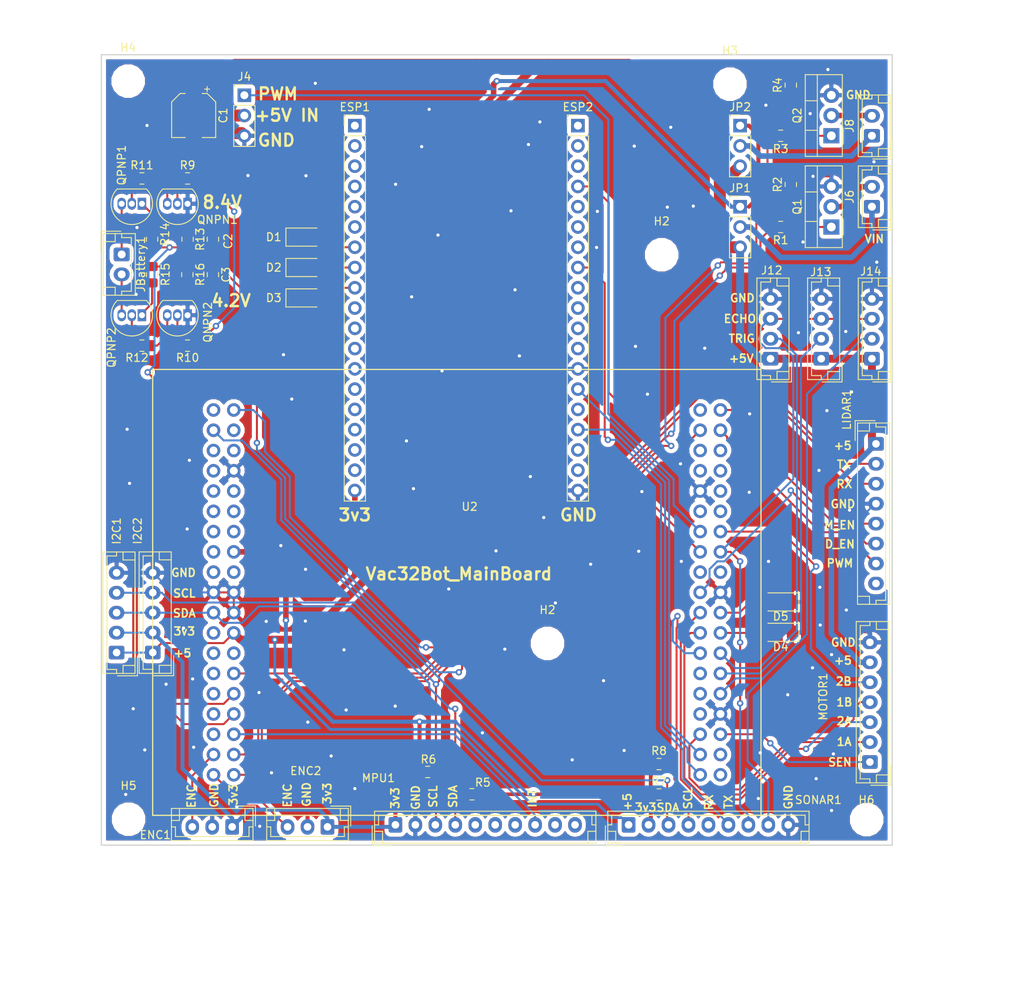
<source format=kicad_pcb>
(kicad_pcb (version 20171130) (host pcbnew "(5.0.1)-rc2")
  (layers (0 F.Cu signal) (31 B.Cu signal) (34 B.Paste user) (35 F.Paste user) (36 B.SilkS user) (37 F.SilkS user) (38 B.Mask user) (39 F.Mask user) (44 Edge.Cuts user))
  (net 0 "")
  (net 1 +3V3)
  (net 2 /SONAR_I2C_SCL)
  (net 3 /SONAR_I2C_SDA)
  (net 4 /I2C_RES_SCL)
  (net 5 /I2C_RES_SDA)
  (net 6 "Net-(Q2-Pad1)")
  (net 7 GND)
  (net 8 /FET1)
  (net 9 "Net-(Q1-Pad1)")
  (net 10 /MET2)
  (net 11 "Net-(J8-Pad2)")
  (net 12 "Net-(J6-Pad2)")
  (net 13 /SOAR_UART_RX_S1)
  (net 14 /ESP_RX3)
  (net 15 "Net-(U2-Pad4)")
  (net 16 "Net-(U2-Pad5)")
  (net 17 "Net-(U2-Pad6)")
  (net 18 "Net-(U2-Pad7)")
  (net 19 "Net-(U2-Pad9)")
  (net 20 "Net-(U2-Pad10)")
  (net 21 "Net-(U2-Pad11)")
  (net 22 "Net-(U2-Pad12)")
  (net 23 "Net-(U2-Pad13)")
  (net 24 "Net-(U2-Pad14)")
  (net 25 "Net-(U2-Pad15)")
  (net 26 "Net-(U2-Pad17)")
  (net 27 "Net-(U2-Pad18)")
  (net 28 "Net-(U2-Pad23)")
  (net 29 +5V)
  (net 30 "Net-(U2-Pad25)")
  (net 31 "Net-(U2-Pad26)")
  (net 32 "Net-(U2-Pad27)")
  (net 33 /RX_LIDAR)
  (net 34 "Net-(U2-Pad29)")
  (net 35 /Sense)
  (net 36 "Net-(U2-Pad31)")
  (net 37 "Net-(U2-Pad33)")
  (net 38 /MPU_INT)
  (net 39 /ENC1)
  (net 40 /ENC2)
  (net 41 "Net-(U2-Pad39)")
  (net 42 /M_EN)
  (net 43 /M_SCRT)
  (net 44 "Net-(U2-Pad43)")
  (net 45 /SONAR_UART_TX_S2)
  (net 46 "Net-(U2-Pad45)")
  (net 47 "Net-(U2-Pad46)")
  (net 48 "Net-(U2-Pad48)")
  (net 49 "Net-(U2-Pad49)")
  (net 50 "Net-(U2-Pad50)")
  (net 51 /ESC_PWM)
  (net 52 /IN2B)
  (net 53 /SONAR_INT1)
  (net 54 "Net-(U2-Pad55)")
  (net 55 "Net-(U2-Pad56)")
  (net 56 /DEV_EN)
  (net 57 /IN2A)
  (net 58 "Net-(D5-Pad2)")
  (net 59 /IN1A)
  (net 60 "Net-(D4-Pad2)")
  (net 61 /SON1)
  (net 62 "Net-(U2-Pad65)")
  (net 63 /SON2)
  (net 64 "Net-(U2-Pad67)")
  (net 65 /SONAR_RESERVE_S3)
  (net 66 "Net-(U2-Pad69)")
  (net 67 /IN1B)
  (net 68 /ESP_RX1)
  (net 69 "Net-(U2-Pad74)")
  (net 70 /ESP_TX1)
  (net 71 "Net-(U2-Pad76)")
  (net 72 "Net-(D1-Pad2)")
  (net 73 "Net-(D3-Pad2)")
  (net 74 "Net-(D2-Pad2)")
  (net 75 /ESP_TX2)
  (net 76 /ESP_RX2)
  (net 77 /ESP_TX3)
  (net 78 "Net-(J6-Pad1)")
  (net 79 "Net-(J8-Pad1)")
  (net 80 /SOAR_UART_RX)
  (net 81 "Net-(ESP1-Pad1)")
  (net 82 "Net-(ESP1-Pad2)")
  (net 83 "Net-(ESP1-Pad3)")
  (net 84 "Net-(ESP1-Pad4)")
  (net 85 "Net-(ESP1-Pad5)")
  (net 86 "Net-(ESP1-Pad6)")
  (net 87 "Net-(ESP1-Pad10)")
  (net 88 "Net-(ESP1-Pad11)")
  (net 89 "Net-(ESP1-Pad12)")
  (net 90 "Net-(ESP1-Pad13)")
  (net 91 "Net-(ESP1-Pad14)")
  (net 92 "Net-(ESP1-Pad15)")
  (net 93 "Net-(ESP1-Pad16)")
  (net 94 "Net-(ESP1-Pad17)")
  (net 95 "Net-(ESP1-Pad18)")
  (net 96 "Net-(ESP2-Pad18)")
  (net 97 "Net-(ESP2-Pad17)")
  (net 98 "Net-(ESP2-Pad15)")
  (net 99 "Net-(ESP2-Pad12)")
  (net 100 "Net-(ESP2-Pad11)")
  (net 101 "Net-(ESP2-Pad10)")
  (net 102 "Net-(ESP2-Pad6)")
  (net 103 "Net-(ESP2-Pad5)")
  (net 104 "Net-(ESP2-Pad3)")
  (net 105 "Net-(ESP2-Pad2)")
  (net 106 "Net-(ESP2-Pad1)")
  (net 107 "Net-(MPU1-Pad5)")
  (net 108 "Net-(MPU1-Pad6)")
  (net 109 "Net-(MPU1-Pad7)")
  (net 110 "Net-(MPU1-Pad9)")
  (net 111 "Net-(MPU1-Pad10)")
  (net 112 "Net-(LIDAR1-Pad8)")
  (net 113 /ADC_BATT1)
  (net 114 "Net-(QPNP1-Pad1)")
  (net 115 "Net-(QPNP2-Pad2)")
  (net 116 "Net-(QNPN2-Pad3)")
  (net 117 "Net-(QNPN1-Pad3)")
  (net 118 "Net-(QPNP1-Pad2)")
  (net 119 "Net-(QNPN2-Pad2)")
  (net 120 /BATT_EN)
  (net 121 "Net-(QNPN1-Pad2)")
  (net 122 "Net-(QPNP2-Pad1)")
  (net 123 /ADC_BATT2)
  (net 124 "Net-(JBattery1-Pad2)")
  (net 125 "Net-(JBattery1-Pad1)")
  (module MountingHole:MountingHole_3.2mm_M3 (layer F.Cu) (at 152.7302 36.5018)
    (fp_text reference H2 (at 0 -4.2) (layer F.SilkS))
    (fp_text value MountingHole)
    (pad 1 np_thru_hole circle (at 0 0) (size 3.2 3.2) (drill 3.2) (layers *.Cu *.Mask))
  )
  (module Resistor_SMD:R_0805_2012Metric_Pad1.15x1.40mm_HandSolder (layer F.Cu) (at 93.3196 38.991 90)
    (fp_text reference R16 (at 0.0254 1.6002 90) (layer F.SilkS))
    (fp_text value 10k)
    (pad 1 smd roundrect (at -1.025 0 90) (size 1.15 1.4) (layers F.Cu F.Paste F.Mask) (roundrect_rratio 0.217391) (net 7 GND))
    (pad 2 smd roundrect (at 1.025 0 90) (size 1.15 1.4) (layers F.Cu F.Paste F.Mask) (roundrect_rratio 0.217391) (net 123 /ADC_BATT2))
  )
  (module Capacitor_SMD:C_0805_2012Metric_Pad1.15x1.40mm_HandSolder (layer F.Cu) (at 96.52 34.555 90)
    (fp_text reference C2 (at -0.245 1.905 90) (layer F.SilkS))
    (fp_text value C)
    (pad 2 smd roundrect (at 1.025 0 90) (size 1.15 1.4) (layers F.Cu F.Paste F.Mask) (roundrect_rratio 0.217391) (net 7 GND))
    (pad 1 smd roundrect (at -1.025 0 90) (size 1.15 1.4) (layers F.Cu F.Paste F.Mask) (roundrect_rratio 0.217391) (net 113 /ADC_BATT1))
  )
  (module Capacitor_SMD:C_0805_2012Metric_Pad1.15x1.40mm_HandSolder (layer F.Cu) (at 96.52 39 270)
    (fp_text reference C3 (at 0 -1.65 270) (layer F.SilkS))
    (fp_text value C)
    (pad 1 smd roundrect (at -1.025 0 270) (size 1.15 1.4) (layers F.Cu F.Paste F.Mask) (roundrect_rratio 0.217391) (net 123 /ADC_BATT2))
    (pad 2 smd roundrect (at 1.025 0 270) (size 1.15 1.4) (layers F.Cu F.Paste F.Mask) (roundrect_rratio 0.217391) (net 7 GND))
  )
  (module Package_TO_SOT_THT:TO-92_Inline (layer F.Cu) (at 93.345 44.08 180)
    (fp_text reference QNPN2 (at -2.54 -0.88 270) (layer F.SilkS))
    (fp_text value S8050)
    (pad 1 thru_hole rect (at 0 0 180) (size 1.05 1.5) (drill 0.75) (layers *.Cu *.Mask) (net 7 GND))
    (pad 3 thru_hole oval (at 2.54 0 180) (size 1.05 1.5) (drill 0.75) (layers *.Cu *.Mask) (net 116 "Net-(QNPN2-Pad3)"))
    (pad 2 thru_hole oval (at 1.27 0 180) (size 1.05 1.5) (drill 0.75) (layers *.Cu *.Mask) (net 119 "Net-(QNPN2-Pad2)"))
  )
  (module Resistor_SMD:R_0805_2012Metric_Pad1.15x1.40mm_HandSolder (layer F.Cu) (at 88.9 39 270)
    (fp_text reference R15 (at -0.0344 -1.6764 270) (layer F.SilkS))
    (fp_text value 2.7k)
    (pad 1 smd roundrect (at -1.025 0 270) (size 1.15 1.4) (layers F.Cu F.Paste F.Mask) (roundrect_rratio 0.217391) (net 123 /ADC_BATT2))
    (pad 2 smd roundrect (at 1.025 0 270) (size 1.15 1.4) (layers F.Cu F.Paste F.Mask) (roundrect_rratio 0.217391) (net 122 "Net-(QPNP2-Pad1)"))
  )
  (module Resistor_SMD:R_0805_2012Metric_Pad1.15x1.40mm_HandSolder (layer F.Cu) (at 88.9 34.555 90)
    (fp_text reference R14 (at 0.6186 1.6256 90) (layer F.SilkS))
    (fp_text value 10k)
    (pad 2 smd roundrect (at 1.025 0 90) (size 1.15 1.4) (layers F.Cu F.Paste F.Mask) (roundrect_rratio 0.217391) (net 114 "Net-(QPNP1-Pad1)"))
    (pad 1 smd roundrect (at -1.025 0 90) (size 1.15 1.4) (layers F.Cu F.Paste F.Mask) (roundrect_rratio 0.217391) (net 113 /ADC_BATT1))
  )
  (module Resistor_SMD:R_0805_2012Metric_Pad1.15x1.40mm_HandSolder (layer F.Cu) (at 93.345 34.555 270)
    (fp_text reference R13 (at 0 -1.5748 270) (layer F.SilkS))
    (fp_text value 6.8k)
    (pad 1 smd roundrect (at -1.025 0 270) (size 1.15 1.4) (layers F.Cu F.Paste F.Mask) (roundrect_rratio 0.217391) (net 7 GND))
    (pad 2 smd roundrect (at 1.025 0 270) (size 1.15 1.4) (layers F.Cu F.Paste F.Mask) (roundrect_rratio 0.217391) (net 113 /ADC_BATT1))
  )
  (module Resistor_SMD:R_0805_2012Metric_Pad1.15x1.40mm_HandSolder (layer F.Cu) (at 87.63 47.89)
    (fp_text reference R12 (at -0.635 1.515) (layer F.SilkS))
    (fp_text value 4.7k)
    (pad 2 smd roundrect (at 1.025 0) (size 1.15 1.4) (layers F.Cu F.Paste F.Mask) (roundrect_rratio 0.217391) (net 116 "Net-(QNPN2-Pad3)"))
    (pad 1 smd roundrect (at -1.025 0) (size 1.15 1.4) (layers F.Cu F.Paste F.Mask) (roundrect_rratio 0.217391) (net 115 "Net-(QPNP2-Pad2)"))
  )
  (module Resistor_SMD:R_0805_2012Metric_Pad1.15x1.40mm_HandSolder (layer F.Cu) (at 87.63 26.935)
    (fp_text reference R11 (at 0 -1.65) (layer F.SilkS))
    (fp_text value 4.7k)
    (pad 1 smd roundrect (at -1.025 0) (size 1.15 1.4) (layers F.Cu F.Paste F.Mask) (roundrect_rratio 0.217391) (net 118 "Net-(QPNP1-Pad2)"))
    (pad 2 smd roundrect (at 1.025 0) (size 1.15 1.4) (layers F.Cu F.Paste F.Mask) (roundrect_rratio 0.217391) (net 117 "Net-(QNPN1-Pad3)"))
  )
  (module Resistor_SMD:R_0805_2012Metric_Pad1.15x1.40mm_HandSolder (layer F.Cu) (at 93.345 26.935)
    (fp_text reference R9 (at 0 -1.65) (layer F.SilkS))
    (fp_text value 4.7k)
    (pad 2 smd roundrect (at 1.025 0) (size 1.15 1.4) (layers F.Cu F.Paste F.Mask) (roundrect_rratio 0.217391) (net 120 /BATT_EN))
    (pad 1 smd roundrect (at -1.025 0) (size 1.15 1.4) (layers F.Cu F.Paste F.Mask) (roundrect_rratio 0.217391) (net 121 "Net-(QNPN1-Pad2)"))
  )
  (module Resistor_SMD:R_0805_2012Metric_Pad1.15x1.40mm_HandSolder (layer F.Cu) (at 93.345 47.89)
    (fp_text reference R10 (at 0 1.515) (layer F.SilkS))
    (fp_text value 4.7k)
    (pad 1 smd roundrect (at -1.025 0) (size 1.15 1.4) (layers F.Cu F.Paste F.Mask) (roundrect_rratio 0.217391) (net 119 "Net-(QNPN2-Pad2)"))
    (pad 2 smd roundrect (at 1.025 0) (size 1.15 1.4) (layers F.Cu F.Paste F.Mask) (roundrect_rratio 0.217391) (net 120 /BATT_EN))
  )
  (module Connector_JST:JST_EH_B02B-EH-A_1x02_P2.50mm_Vertical (layer F.Cu) (at 85.09 36.46 270)
    (fp_text reference JBattery1 (at 1.2356 -2.413 270) (layer F.SilkS))
    (fp_text value Conn_01x02)
    (pad 1 thru_hole roundrect (at 0 0 270) (size 1.7 2) (drill 1) (layers *.Cu *.Mask) (roundrect_rratio 0.147059) (net 125 "Net-(JBattery1-Pad1)"))
    (pad 2 thru_hole oval (at 2.5 0 270) (size 1.7 2) (drill 1) (layers *.Cu *.Mask) (net 124 "Net-(JBattery1-Pad2)"))
  )
  (module Package_TO_SOT_THT:TO-92_Inline (layer F.Cu) (at 87.63 30.11 180)
    (fp_text reference QPNP1 (at 2.54 4.835 270) (layer F.SilkS))
    (fp_text value S8550)
    (pad 2 thru_hole oval (at 1.27 0 180) (size 1.05 1.5) (drill 0.75) (layers *.Cu *.Mask) (net 118 "Net-(QPNP1-Pad2)"))
    (pad 3 thru_hole oval (at 2.54 0 180) (size 1.05 1.5) (drill 0.75) (layers *.Cu *.Mask) (net 125 "Net-(JBattery1-Pad1)"))
    (pad 1 thru_hole rect (at 0 0 180) (size 1.05 1.5) (drill 0.75) (layers *.Cu *.Mask) (net 114 "Net-(QPNP1-Pad1)"))
  )
  (module Package_TO_SOT_THT:TO-92_Inline (layer F.Cu) (at 87.63 44.08 180)
    (fp_text reference QPNP2 (at 3.81 -4.055 270) (layer F.SilkS))
    (fp_text value S8550)
    (pad 1 thru_hole rect (at 0 0 180) (size 1.05 1.5) (drill 0.75) (layers *.Cu *.Mask) (net 122 "Net-(QPNP2-Pad1)"))
    (pad 3 thru_hole oval (at 2.54 0 180) (size 1.05 1.5) (drill 0.75) (layers *.Cu *.Mask) (net 124 "Net-(JBattery1-Pad2)"))
    (pad 2 thru_hole oval (at 1.27 0 180) (size 1.05 1.5) (drill 0.75) (layers *.Cu *.Mask) (net 115 "Net-(QPNP2-Pad2)"))
  )
  (module Package_TO_SOT_THT:TO-92_Inline (layer F.Cu) (at 93.345 30.11 180)
    (fp_text reference QNPN1 (at -3.7338 -1.9976 180) (layer F.SilkS))
    (fp_text value S8050)
    (pad 2 thru_hole oval (at 1.27 0 180) (size 1.05 1.5) (drill 0.75) (layers *.Cu *.Mask) (net 121 "Net-(QNPN1-Pad2)"))
    (pad 3 thru_hole oval (at 2.54 0 180) (size 1.05 1.5) (drill 0.75) (layers *.Cu *.Mask) (net 117 "Net-(QNPN1-Pad3)"))
    (pad 1 thru_hole rect (at 0 0 180) (size 1.05 1.5) (drill 0.75) (layers *.Cu *.Mask) (net 7 GND))
  )
  (module Connector_JST:JST_EH_B04B-EH-A_1x04_P2.50mm_Vertical (layer F.Cu) (at 172.72 49.53 90)
    (fp_text reference J13 (at 10.86412 -0.04572 180) (layer F.SilkS))
    (fp_text value Conn_01x04)
    (pad 4 thru_hole oval (at 7.5 0 90) (size 1.7 1.95) (drill 0.95) (layers *.Cu *.Mask) (net 7 GND))
    (pad 3 thru_hole oval (at 5 0 90) (size 1.7 1.95) (drill 0.95) (layers *.Cu *.Mask) (net 53 /SONAR_INT1))
    (pad 2 thru_hole oval (at 2.5 0 90) (size 1.7 1.95) (drill 0.95) (layers *.Cu *.Mask) (net 63 /SON2))
    (pad 1 thru_hole roundrect (at 0 0 90) (size 1.7 1.95) (drill 0.95) (layers *.Cu *.Mask) (roundrect_rratio 0.147059) (net 29 +5V))
  )
  (module Connector_JST:JST_EH_B04B-EH-A_1x04_P2.50mm_Vertical (layer F.Cu) (at 179.07 49.53 90)
    (fp_text reference J14 (at 10.95048 -0.14224 180) (layer F.SilkS))
    (fp_text value Conn_01x04)
    (pad 1 thru_hole roundrect (at 0 0 90) (size 1.7 1.95) (drill 0.95) (layers *.Cu *.Mask) (roundrect_rratio 0.147059) (net 29 +5V))
    (pad 2 thru_hole oval (at 2.5 0 90) (size 1.7 1.95) (drill 0.95) (layers *.Cu *.Mask) (net 65 /SONAR_RESERVE_S3))
    (pad 3 thru_hole oval (at 5 0 90) (size 1.7 1.95) (drill 0.95) (layers *.Cu *.Mask) (net 53 /SONAR_INT1))
    (pad 4 thru_hole oval (at 7.5 0 90) (size 1.7 1.95) (drill 0.95) (layers *.Cu *.Mask) (net 7 GND))
  )
  (module Connector_JST:JST_EH_B05B-EH-A_1x05_P2.50mm_Vertical (layer F.Cu) (at 84.455 86.36 90)
    (fp_text reference I2C1 (at 15.24 0 90) (layer F.SilkS))
    (fp_text value Conn_01x05)
    (pad 5 thru_hole oval (at 10 0 90) (size 1.7 1.95) (drill 0.95) (layers *.Cu *.Mask) (net 7 GND))
    (pad 4 thru_hole oval (at 7.5 0 90) (size 1.7 1.95) (drill 0.95) (layers *.Cu *.Mask) (net 4 /I2C_RES_SCL))
    (pad 3 thru_hole oval (at 5 0 90) (size 1.7 1.95) (drill 0.95) (layers *.Cu *.Mask) (net 5 /I2C_RES_SDA))
    (pad 2 thru_hole oval (at 2.5 0 90) (size 1.7 1.95) (drill 0.95) (layers *.Cu *.Mask) (net 1 +3V3))
    (pad 1 thru_hole roundrect (at 0 0 90) (size 1.7 1.95) (drill 0.95) (layers *.Cu *.Mask) (roundrect_rratio 0.147059) (net 29 +5V))
  )
  (module Connector_JST:JST_EH_B05B-EH-A_1x05_P2.50mm_Vertical (layer F.Cu) (at 88.9889 86.3493 90)
    (fp_text reference I2C2 (at 15.24 -1.905 90) (layer F.SilkS))
    (fp_text value Conn_01x05)
    (pad 1 thru_hole roundrect (at 0 0 90) (size 1.7 1.95) (drill 0.95) (layers *.Cu *.Mask) (roundrect_rratio 0.147059) (net 29 +5V))
    (pad 2 thru_hole oval (at 2.5 0 90) (size 1.7 1.95) (drill 0.95) (layers *.Cu *.Mask) (net 1 +3V3))
    (pad 3 thru_hole oval (at 5 0 90) (size 1.7 1.95) (drill 0.95) (layers *.Cu *.Mask) (net 5 /I2C_RES_SDA))
    (pad 4 thru_hole oval (at 7.5 0 90) (size 1.7 1.95) (drill 0.95) (layers *.Cu *.Mask) (net 4 /I2C_RES_SCL))
    (pad 5 thru_hole oval (at 10 0 90) (size 1.7 1.95) (drill 0.95) (layers *.Cu *.Mask) (net 7 GND))
  )
  (module Connector_JST:JST_EH_B07B-EH-A_1x07_P2.50mm_Vertical (layer F.Cu) (at 178.816 100.076 90)
    (fp_text reference MOTOR1 (at 8.18188 -5.85216 90) (layer F.SilkS))
    (fp_text value Conn_01x07)
    (pad 1 thru_hole roundrect (at 0 0 90) (size 1.7 1.95) (drill 0.95) (layers *.Cu *.Mask) (roundrect_rratio 0.147059) (net 35 /Sense))
    (pad 2 thru_hole oval (at 2.5 0 90) (size 1.7 1.95) (drill 0.95) (layers *.Cu *.Mask) (net 59 /IN1A))
    (pad 3 thru_hole oval (at 5 0 90) (size 1.7 1.95) (drill 0.95) (layers *.Cu *.Mask) (net 57 /IN2A))
    (pad 4 thru_hole oval (at 7.5 0 90) (size 1.7 1.95) (drill 0.95) (layers *.Cu *.Mask) (net 67 /IN1B))
    (pad 5 thru_hole oval (at 10 0 90) (size 1.7 1.95) (drill 0.95) (layers *.Cu *.Mask) (net 52 /IN2B))
    (pad 6 thru_hole oval (at 12.5 0 90) (size 1.7 1.95) (drill 0.95) (layers *.Cu *.Mask) (net 29 +5V))
    (pad 7 thru_hole oval (at 15 0 90) (size 1.7 1.95) (drill 0.95) (layers *.Cu *.Mask) (net 7 GND))
  )
  (module MountingHole:MountingHole_3.2mm_M3 (layer F.Cu) (at 178.4096 107.2916)
    (fp_text reference H6 (at -0.02032 -2.46888) (layer F.SilkS))
    (fp_text value MountingHole)
    (pad 1 np_thru_hole circle (at 0 0) (size 3.2 3.2) (drill 3.2) (layers *.Cu *.Mask))
  )
  (module MountingHole:MountingHole_3.2mm_M3 (layer F.Cu) (at 85.9536 107.2408)
    (fp_text reference H5 (at 0 -4.2) (layer F.SilkS))
    (fp_text value MountingHole)
    (pad 1 np_thru_hole circle (at 0 0) (size 3.2 3.2) (drill 3.2) (layers *.Cu *.Mask))
  )
  (module MountingHole:MountingHole_3.2mm_M3 (layer F.Cu) (at 85.9028 14.734)
    (fp_text reference H4 (at 0 -4.2) (layer F.SilkS))
    (fp_text value MountingHole)
    (pad 1 np_thru_hole circle (at 0 0) (size 3.2 3.2) (drill 3.2) (layers *.Cu *.Mask))
  )
  (module MountingHole:MountingHole_3.2mm_M3 (layer F.Cu) (at 161.29 15.115)
    (fp_text reference H3 (at 0 -4.2) (layer F.SilkS))
    (fp_text value MountingHole)
    (pad 1 np_thru_hole circle (at 0 0) (size 3.2 3.2) (drill 3.2) (layers *.Cu *.Mask))
  )
  (module MountingHole:MountingHole_3.2mm_M3 (layer F.Cu) (at 138.43 85.21)
    (fp_text reference H2 (at 0 -4.2) (layer F.SilkS))
    (fp_text value MountingHole)
    (pad 1 np_thru_hole circle (at 0 0) (size 3.2 3.2) (drill 3.2) (layers *.Cu *.Mask))
  )
  (module Connector_JST:JST_EH_B08B-EH-A_1x08_P2.50mm_Vertical (layer F.Cu) (at 179.578 60.198 270)
    (fp_text reference LIDAR1 (at -4.2926 3.6576 270) (layer F.SilkS))
    (fp_text value Conn_01x08)
    (pad 1 thru_hole roundrect (at 0 0 270) (size 1.7 1.95) (drill 0.95) (layers *.Cu *.Mask) (roundrect_rratio 0.147059) (net 29 +5V))
    (pad 2 thru_hole oval (at 2.5 0 270) (size 1.7 1.95) (drill 0.95) (layers *.Cu *.Mask) (net 14 /ESP_RX3))
    (pad 3 thru_hole oval (at 5 0 270) (size 1.7 1.95) (drill 0.95) (layers *.Cu *.Mask) (net 33 /RX_LIDAR))
    (pad 4 thru_hole oval (at 7.5 0 270) (size 1.7 1.95) (drill 0.95) (layers *.Cu *.Mask) (net 7 GND))
    (pad 5 thru_hole oval (at 10 0 270) (size 1.7 1.95) (drill 0.95) (layers *.Cu *.Mask) (net 42 /M_EN))
    (pad 6 thru_hole oval (at 12.5 0 270) (size 1.7 1.95) (drill 0.95) (layers *.Cu *.Mask) (net 56 /DEV_EN))
    (pad 7 thru_hole oval (at 15 0 270) (size 1.7 1.95) (drill 0.95) (layers *.Cu *.Mask) (net 43 /M_SCRT))
    (pad 8 thru_hole oval (at 17.5 0 270) (size 1.7 1.95) (drill 0.95) (layers *.Cu *.Mask) (net 112 "Net-(LIDAR1-Pad8)"))
  )
  (module Connector_JST:JST_EH_B09B-EH-A_1x09_P2.50mm_Vertical (layer F.Cu) (at 148.59 107.95)
    (fp_text reference SONAR1 (at 23.76932 -3.12728) (layer F.SilkS))
    (fp_text value Conn_01x09)
    (pad 1 thru_hole roundrect (at 0 0) (size 1.7 1.95) (drill 0.95) (layers *.Cu *.Mask) (roundrect_rratio 0.147059) (net 29 +5V))
    (pad 2 thru_hole oval (at 2.5 0) (size 1.7 1.95) (drill 0.95) (layers *.Cu *.Mask) (net 1 +3V3))
    (pad 3 thru_hole oval (at 5 0) (size 1.7 1.95) (drill 0.95) (layers *.Cu *.Mask) (net 3 /SONAR_I2C_SDA))
    (pad 4 thru_hole oval (at 7.5 0) (size 1.7 1.95) (drill 0.95) (layers *.Cu *.Mask) (net 2 /SONAR_I2C_SCL))
    (pad 5 thru_hole oval (at 10 0) (size 1.7 1.95) (drill 0.95) (layers *.Cu *.Mask) (net 80 /SOAR_UART_RX))
    (pad 6 thru_hole oval (at 12.5 0) (size 1.7 1.95) (drill 0.95) (layers *.Cu *.Mask) (net 76 /ESP_RX2))
    (pad 7 thru_hole oval (at 15 0) (size 1.7 1.95) (drill 0.95) (layers *.Cu *.Mask) (net 53 /SONAR_INT1))
    (pad 8 thru_hole oval (at 17.5 0) (size 1.7 1.95) (drill 0.95) (layers *.Cu *.Mask) (net 65 /SONAR_RESERVE_S3))
    (pad 9 thru_hole oval (at 20 0) (size 1.7 1.95) (drill 0.95) (layers *.Cu *.Mask) (net 7 GND))
  )
  (module Connector_JST:JST_EH_B10B-EH-A_1x10_P2.50mm_Vertical (layer F.Cu) (at 119.38 107.95)
    (fp_text reference MPU1 (at -2.1336 -5.8674) (layer F.SilkS))
    (fp_text value Conn_01x10)
    (pad 1 thru_hole roundrect (at 0 0) (size 1.7 1.95) (drill 0.95) (layers *.Cu *.Mask) (roundrect_rratio 0.147059) (net 1 +3V3))
    (pad 2 thru_hole oval (at 2.5 0) (size 1.7 1.95) (drill 0.95) (layers *.Cu *.Mask) (net 7 GND))
    (pad 3 thru_hole oval (at 5 0) (size 1.7 1.95) (drill 0.95) (layers *.Cu *.Mask) (net 4 /I2C_RES_SCL))
    (pad 4 thru_hole oval (at 7.5 0) (size 1.7 1.95) (drill 0.95) (layers *.Cu *.Mask) (net 5 /I2C_RES_SDA))
    (pad 5 thru_hole oval (at 10 0) (size 1.7 1.95) (drill 0.95) (layers *.Cu *.Mask) (net 107 "Net-(MPU1-Pad5)"))
    (pad 6 thru_hole oval (at 12.5 0) (size 1.7 1.95) (drill 0.95) (layers *.Cu *.Mask) (net 108 "Net-(MPU1-Pad6)"))
    (pad 7 thru_hole oval (at 15 0) (size 1.7 1.95) (drill 0.95) (layers *.Cu *.Mask) (net 109 "Net-(MPU1-Pad7)"))
    (pad 8 thru_hole oval (at 17.5 0) (size 1.7 1.95) (drill 0.95) (layers *.Cu *.Mask) (net 38 /MPU_INT))
    (pad 9 thru_hole oval (at 20 0) (size 1.7 1.95) (drill 0.95) (layers *.Cu *.Mask) (net 110 "Net-(MPU1-Pad9)"))
    (pad 10 thru_hole oval (at 22.5 0) (size 1.7 1.95) (drill 0.95) (layers *.Cu *.Mask) (net 111 "Net-(MPU1-Pad10)"))
  )
  (module Connector_JST:JST_EH_B03B-EH-A_1x03_P2.50mm_Vertical (layer F.Cu) (at 110.871 108.204 180)
    (fp_text reference ENC2 (at 2.7178 7.0104 180) (layer F.SilkS))
    (fp_text value Conn_01x03)
    (pad 1 thru_hole roundrect (at 0 0 180) (size 1.7 1.95) (drill 0.95) (layers *.Cu *.Mask) (roundrect_rratio 0.147059) (net 1 +3V3))
    (pad 2 thru_hole oval (at 2.5 0 180) (size 1.7 1.95) (drill 0.95) (layers *.Cu *.Mask) (net 7 GND))
    (pad 3 thru_hole oval (at 5 0 180) (size 1.7 1.95) (drill 0.95) (layers *.Cu *.Mask) (net 40 /ENC2))
  )
  (module Connector_JST:JST_EH_B03B-EH-A_1x03_P2.50mm_Vertical (layer F.Cu) (at 98.933 108.204 180)
    (fp_text reference ENC1 (at 9.6266 -1.0053 180) (layer F.SilkS))
    (fp_text value Conn_01x03)
    (pad 1 thru_hole roundrect (at 0 0 180) (size 1.7 1.95) (drill 0.95) (layers *.Cu *.Mask) (roundrect_rratio 0.147059) (net 1 +3V3))
    (pad 2 thru_hole oval (at 2.5 0 180) (size 1.7 1.95) (drill 0.95) (layers *.Cu *.Mask) (net 7 GND))
    (pad 3 thru_hole oval (at 5 0 180) (size 1.7 1.95) (drill 0.95) (layers *.Cu *.Mask) (net 39 /ENC1))
  )
  (module Module:ST_64_NUC (layer F.Cu) (at 127.075001 66.115001)
    (fp_text reference U2 (at 1.601399 1.956999) (layer F.SilkS))
    (fp_text value NUCLEO64-F411RE)
    (pad 1 thru_hole circle (at -30.48 -10.16) (size 1.7 1.7) (drill 1) (layers *.Cu *.Mask) (net 13 /SOAR_UART_RX_S1))
    (pad 2 thru_hole circle (at -27.94 -10.16) (size 1.7 1.7) (drill 1) (layers *.Cu *.Mask) (net 14 /ESP_RX3))
    (pad 3 thru_hole circle (at -30.48 -7.62) (size 1.7 1.7) (drill 1) (layers *.Cu *.Mask) (net 3 /SONAR_I2C_SDA))
    (pad 4 thru_hole circle (at -27.94 -7.62) (size 1.7 1.7) (drill 1) (layers *.Cu *.Mask) (net 15 "Net-(U2-Pad4)"))
    (pad 5 thru_hole circle (at -30.48 -5.08) (size 1.7 1.7) (drill 1) (layers *.Cu *.Mask) (net 16 "Net-(U2-Pad5)"))
    (pad 6 thru_hole circle (at -27.94 -5.08) (size 1.7 1.7) (drill 1) (layers *.Cu *.Mask) (net 17 "Net-(U2-Pad6)"))
    (pad 7 thru_hole circle (at -30.48 -2.54) (size 1.7 1.7) (drill 1) (layers *.Cu *.Mask) (net 18 "Net-(U2-Pad7)"))
    (pad 8 thru_hole circle (at -27.94 -2.54) (size 1.7 1.7) (drill 1) (layers *.Cu *.Mask) (net 7 GND))
    (pad 9 thru_hole circle (at -30.48 0) (size 1.7 1.7) (drill 1) (layers *.Cu *.Mask) (net 19 "Net-(U2-Pad9)"))
    (pad 10 thru_hole circle (at -27.94 0) (size 1.7 1.7) (drill 1) (layers *.Cu *.Mask) (net 20 "Net-(U2-Pad10)"))
    (pad 11 thru_hole circle (at -30.48 2.54) (size 1.7 1.7) (drill 1) (layers *.Cu *.Mask) (net 21 "Net-(U2-Pad11)"))
    (pad 12 thru_hole circle (at -27.94 2.54) (size 1.7 1.7) (drill 1) (layers *.Cu *.Mask) (net 22 "Net-(U2-Pad12)"))
    (pad 13 thru_hole circle (at -30.48 5.08) (size 1.7 1.7) (drill 1) (layers *.Cu *.Mask) (net 23 "Net-(U2-Pad13)"))
    (pad 14 thru_hole circle (at -27.94 5.08) (size 1.7 1.7) (drill 1) (layers *.Cu *.Mask) (net 24 "Net-(U2-Pad14)"))
    (pad 15 thru_hole circle (at -30.48 7.62) (size 1.7 1.7) (drill 1) (layers *.Cu *.Mask) (net 25 "Net-(U2-Pad15)"))
    (pad 16 thru_hole circle (at -27.94 7.62) (size 1.7 1.7) (drill 1) (layers *.Cu *.Mask) (net 1 +3V3))
    (pad 17 thru_hole circle (at -30.48 10.16) (size 1.7 1.7) (drill 1) (layers *.Cu *.Mask) (net 26 "Net-(U2-Pad17)"))
    (pad 18 thru_hole circle (at -27.94 10.16) (size 1.7 1.7) (drill 1) (layers *.Cu *.Mask) (net 27 "Net-(U2-Pad18)"))
    (pad 19 thru_hole circle (at -30.48 12.7) (size 1.7 1.7) (drill 1) (layers *.Cu *.Mask) (net 7 GND))
    (pad 20 thru_hole circle (at -27.94 12.7) (size 1.7 1.7) (drill 1) (layers *.Cu *.Mask) (net 7 GND))
    (pad 21 thru_hole circle (at -30.48 15.24) (size 1.7 1.7) (drill 1) (layers *.Cu *.Mask) (net 5 /I2C_RES_SDA))
    (pad 22 thru_hole circle (at -27.94 15.24) (size 1.7 1.7) (drill 1) (layers *.Cu *.Mask) (net 7 GND))
    (pad 23 thru_hole circle (at -30.48 17.78) (size 1.7 1.7) (drill 1) (layers *.Cu *.Mask) (net 28 "Net-(U2-Pad23)"))
    (pad 24 thru_hole circle (at -27.94 17.78) (size 1.7 1.7) (drill 1) (layers *.Cu *.Mask) (net 29 +5V))
    (pad 25 thru_hole circle (at -30.48 20.32) (size 1.7 1.7) (drill 1) (layers *.Cu *.Mask) (net 30 "Net-(U2-Pad25)"))
    (pad 26 thru_hole circle (at -27.94 20.32) (size 1.7 1.7) (drill 1) (layers *.Cu *.Mask) (net 31 "Net-(U2-Pad26)"))
    (pad 27 thru_hole circle (at -30.48 22.86) (size 1.7 1.7) (drill 1) (layers *.Cu *.Mask) (net 32 "Net-(U2-Pad27)"))
    (pad 28 thru_hole circle (at -27.94 22.86) (size 1.7 1.7) (drill 1) (layers *.Cu *.Mask) (net 33 /RX_LIDAR))
    (pad 29 thru_hole circle (at -30.48 25.4) (size 1.7 1.7) (drill 1) (layers *.Cu *.Mask) (net 34 "Net-(U2-Pad29)"))
    (pad 30 thru_hole circle (at -27.94 25.4) (size 1.7 1.7) (drill 1) (layers *.Cu *.Mask) (net 120 /BATT_EN))
    (pad 31 thru_hole circle (at -30.48 27.94) (size 1.7 1.7) (drill 1) (layers *.Cu *.Mask) (net 36 "Net-(U2-Pad31)"))
    (pad 32 thru_hole circle (at -27.94 27.94) (size 1.7 1.7) (drill 1) (layers *.Cu *.Mask) (net 113 /ADC_BATT1))
    (pad 33 thru_hole circle (at -30.48 30.48) (size 1.7 1.7) (drill 1) (layers *.Cu *.Mask) (net 37 "Net-(U2-Pad33)"))
    (pad 34 thru_hole circle (at -27.94 30.48) (size 1.7 1.7) (drill 1) (layers *.Cu *.Mask) (net 38 /MPU_INT))
    (pad 35 thru_hole circle (at -30.48 33.02) (size 1.7 1.7) (drill 1) (layers *.Cu *.Mask) (net 39 /ENC1))
    (pad 36 thru_hole circle (at -27.94 33.02) (size 1.7 1.7) (drill 1) (layers *.Cu *.Mask) (net 10 /MET2))
    (pad 37 thru_hole circle (at -30.48 35.56) (size 1.7 1.7) (drill 1) (layers *.Cu *.Mask) (net 40 /ENC2))
    (pad 38 thru_hole circle (at -27.94 35.56) (size 1.7 1.7) (drill 1) (layers *.Cu *.Mask) (net 8 /FET1))
    (pad 39 thru_hole circle (at 30.48 -10.16) (size 1.7 1.7) (drill 1) (layers *.Cu *.Mask) (net 41 "Net-(U2-Pad39)"))
    (pad 40 thru_hole circle (at 33.02 -10.16) (size 1.7 1.7) (drill 1) (layers *.Cu *.Mask) (net 42 /M_EN))
    (pad 41 thru_hole circle (at 30.48 -7.62) (size 1.7 1.7) (drill 1) (layers *.Cu *.Mask) (net 4 /I2C_RES_SCL))
    (pad 42 thru_hole circle (at 33.02 -7.62) (size 1.7 1.7) (drill 1) (layers *.Cu *.Mask) (net 43 /M_SCRT))
    (pad 43 thru_hole circle (at 30.48 -5.08) (size 1.7 1.7) (drill 1) (layers *.Cu *.Mask) (net 44 "Net-(U2-Pad43)"))
    (pad 44 thru_hole circle (at 33.02 -5.08) (size 1.7 1.7) (drill 1) (layers *.Cu *.Mask) (net 45 /SONAR_UART_TX_S2))
    (pad 45 thru_hole circle (at 30.48 -2.54) (size 1.7 1.7) (drill 1) (layers *.Cu *.Mask) (net 46 "Net-(U2-Pad45)"))
    (pad 46 thru_hole circle (at 33.02 -2.54) (size 1.7 1.7) (drill 1) (layers *.Cu *.Mask) (net 47 "Net-(U2-Pad46)"))
    (pad 47 thru_hole circle (at 30.48 0) (size 1.7 1.7) (drill 1) (layers *.Cu *.Mask) (net 7 GND))
    (pad 48 thru_hole circle (at 33.02 0) (size 1.7 1.7) (drill 1) (layers *.Cu *.Mask) (net 48 "Net-(U2-Pad48)"))
    (pad 49 thru_hole circle (at 30.48 2.54) (size 1.7 1.7) (drill 1) (layers *.Cu *.Mask) (net 49 "Net-(U2-Pad49)"))
    (pad 50 thru_hole circle (at 33.02 2.54) (size 1.7 1.7) (drill 1) (layers *.Cu *.Mask) (net 50 "Net-(U2-Pad50)"))
    (pad 51 thru_hole circle (at 30.48 5.08) (size 1.7 1.7) (drill 1) (layers *.Cu *.Mask) (net 51 /ESC_PWM))
    (pad 52 thru_hole circle (at 33.02 5.08) (size 1.7 1.7) (drill 1) (layers *.Cu *.Mask) (net 52 /IN2B))
    (pad 53 thru_hole circle (at 30.48 7.62) (size 1.7 1.7) (drill 1) (layers *.Cu *.Mask) (net 123 /ADC_BATT2))
    (pad 54 thru_hole circle (at 33.02 7.62) (size 1.7 1.7) (drill 1) (layers *.Cu *.Mask) (net 53 /SONAR_INT1))
    (pad 55 thru_hole circle (at 30.48 10.16) (size 1.7 1.7) (drill 1) (layers *.Cu *.Mask) (net 54 "Net-(U2-Pad55)"))
    (pad 56 thru_hole circle (at 33.02 10.16) (size 1.7 1.7) (drill 1) (layers *.Cu *.Mask) (net 55 "Net-(U2-Pad56)"))
    (pad 57 thru_hole circle (at 30.48 12.7) (size 1.7 1.7) (drill 1) (layers *.Cu *.Mask) (net 56 /DEV_EN))
    (pad 58 thru_hole circle (at 33.02 12.7) (size 1.7 1.7) (drill 1) (layers *.Cu *.Mask) (net 7 GND))
    (pad 59 thru_hole circle (at 30.48 15.24) (size 1.7 1.7) (drill 1) (layers *.Cu *.Mask) (net 57 /IN2A))
    (pad 60 thru_hole circle (at 33.02 15.24) (size 1.7 1.7) (drill 1) (layers *.Cu *.Mask) (net 58 "Net-(D5-Pad2)"))
    (pad 61 thru_hole circle (at 30.48 17.78) (size 1.7 1.7) (drill 1) (layers *.Cu *.Mask) (net 59 /IN1A))
    (pad 62 thru_hole circle (at 33.02 17.78) (size 1.7 1.7) (drill 1) (layers *.Cu *.Mask) (net 60 "Net-(D4-Pad2)"))
    (pad 63 thru_hole circle (at 30.48 20.32) (size 1.7 1.7) (drill 1) (layers *.Cu *.Mask) (net 2 /SONAR_I2C_SCL))
    (pad 64 thru_hole circle (at 33.02 20.32) (size 1.7 1.7) (drill 1) (layers *.Cu *.Mask) (net 61 /SON1))
    (pad 65 thru_hole circle (at 30.48 22.86) (size 1.7 1.7) (drill 1) (layers *.Cu *.Mask) (net 62 "Net-(U2-Pad65)"))
    (pad 66 thru_hole circle (at 33.02 22.86) (size 1.7 1.7) (drill 1) (layers *.Cu *.Mask) (net 63 /SON2))
    (pad 67 thru_hole circle (at 30.48 25.4) (size 1.7 1.7) (drill 1) (layers *.Cu *.Mask) (net 64 "Net-(U2-Pad67)"))
    (pad 68 thru_hole circle (at 33.02 25.4) (size 1.7 1.7) (drill 1) (layers *.Cu *.Mask) (net 65 /SONAR_RESERVE_S3))
    (pad 69 thru_hole circle (at 30.48 27.94) (size 1.7 1.7) (drill 1) (layers *.Cu *.Mask) (net 66 "Net-(U2-Pad69)"))
    (pad 70 thru_hole circle (at 33.02 27.94) (size 1.7 1.7) (drill 1) (layers *.Cu *.Mask) (net 7 GND))
    (pad 71 thru_hole circle (at 30.48 30.48) (size 1.7 1.7) (drill 1) (layers *.Cu *.Mask) (net 67 /IN1B))
    (pad 72 thru_hole circle (at 33.02 30.48) (size 1.7 1.7) (drill 1) (layers *.Cu *.Mask) (net 35 /Sense))
    (pad 73 thru_hole circle (at 30.48 33.02) (size 1.7 1.7) (drill 1) (layers *.Cu *.Mask) (net 68 /ESP_RX1))
    (pad 74 thru_hole circle (at 33.02 33.02) (size 1.7 1.7) (drill 1) (layers *.Cu *.Mask) (net 69 "Net-(U2-Pad74)"))
    (pad 75 thru_hole circle (at 30.48 35.56) (size 1.7 1.7) (drill 1) (layers *.Cu *.Mask) (net 70 /ESP_TX1))
    (pad 76 thru_hole circle (at 33.02 35.56) (size 1.7 1.7) (drill 1) (layers *.Cu *.Mask) (net 71 "Net-(U2-Pad76)"))
  )
  (module Capacitor_SMD:CP_Elec_5x5.4 (layer F.Cu) (at 94.11 19.05 270)
    (fp_text reference C1 (at 0 -3.7 270) (layer F.SilkS))
    (fp_text value CP_Small)
    (pad 1 smd rect (at -2.2 0 270) (size 3 1.6) (layers F.Cu F.Paste F.Mask) (net 29 +5V))
    (pad 2 smd rect (at 2.2 0 270) (size 3 1.6) (layers F.Cu F.Paste F.Mask) (net 7 GND))
  )
  (module Connector_JST:JST_EH_B02B-EH-A_1x02_P2.50mm_Vertical (layer F.Cu) (at 179.07 21.59 90)
    (fp_text reference J8 (at 1.25 -2.8 90) (layer F.SilkS))
    (fp_text value Conn_01x02)
    (pad 2 thru_hole oval (at 2.5 0 90) (size 1.7 2) (drill 1) (layers *.Cu *.Mask) (net 11 "Net-(J8-Pad2)"))
    (pad 1 thru_hole roundrect (at 0 0 90) (size 1.7 2) (drill 1) (layers *.Cu *.Mask) (roundrect_rratio 0.147059) (net 79 "Net-(J8-Pad1)"))
  )
  (module Connector_JST:JST_EH_B02B-EH-A_1x02_P2.50mm_Vertical (layer F.Cu) (at 179.07 30.48 90)
    (fp_text reference J6 (at 1.25 -2.8 90) (layer F.SilkS))
    (fp_text value Conn_01x02)
    (pad 1 thru_hole roundrect (at 0 0 90) (size 1.7 2) (drill 1) (layers *.Cu *.Mask) (roundrect_rratio 0.147059) (net 78 "Net-(J6-Pad1)"))
    (pad 2 thru_hole oval (at 2.5 0 90) (size 1.7 2) (drill 1) (layers *.Cu *.Mask) (net 12 "Net-(J6-Pad2)"))
  )
  (module Connector_JST:JST_EH_B04B-EH-A_1x04_P2.50mm_Vertical (layer F.Cu) (at 166.37 49.53 90)
    (fp_text reference J12 (at 11.0744 0.1524 180) (layer F.SilkS))
    (fp_text value Conn_01x04)
    (pad 1 thru_hole roundrect (at 0 0 90) (size 1.7 1.95) (drill 0.95) (layers *.Cu *.Mask) (roundrect_rratio 0.147059) (net 29 +5V))
    (pad 2 thru_hole oval (at 2.5 0 90) (size 1.7 1.95) (drill 0.95) (layers *.Cu *.Mask) (net 61 /SON1))
    (pad 3 thru_hole oval (at 5 0 90) (size 1.7 1.95) (drill 0.95) (layers *.Cu *.Mask) (net 53 /SONAR_INT1))
    (pad 4 thru_hole oval (at 7.5 0 90) (size 1.7 1.95) (drill 0.95) (layers *.Cu *.Mask) (net 7 GND))
  )
  (module Connector_PinHeader_2.54mm:PinHeader_1x03_P2.54mm_Vertical (layer F.Cu) (at 162.56 20.32)
    (fp_text reference JP2 (at 0 -2.33) (layer F.SilkS))
    (fp_text value Jumper_NC_Dual)
    (pad 3 thru_hole oval (at 0 5.08) (size 1.7 1.7) (drill 1) (layers *.Cu *.Mask) (net 29 +5V))
    (pad 2 thru_hole oval (at 0 2.54) (size 1.7 1.7) (drill 1) (layers *.Cu *.Mask) (net 79 "Net-(J8-Pad1)"))
    (pad 1 thru_hole rect (at 0 0) (size 1.7 1.7) (drill 1) (layers *.Cu *.Mask) (net 1 +3V3))
  )
  (module Connector_PinHeader_2.54mm:PinHeader_1x03_P2.54mm_Vertical (layer F.Cu) (at 100.46 16.51)
    (fp_text reference J4 (at 0 -2.33) (layer F.SilkS))
    (fp_text value Conn_01x03)
    (pad 1 thru_hole rect (at 0 0) (size 1.7 1.7) (drill 1) (layers *.Cu *.Mask) (net 51 /ESC_PWM))
    (pad 2 thru_hole oval (at 0 2.54) (size 1.7 1.7) (drill 1) (layers *.Cu *.Mask) (net 29 +5V))
    (pad 3 thru_hole oval (at 0 5.08) (size 1.7 1.7) (drill 1) (layers *.Cu *.Mask) (net 7 GND))
  )
  (module Connector_PinHeader_2.54mm:PinHeader_1x03_P2.54mm_Vertical (layer F.Cu) (at 162.56 30.48)
    (fp_text reference JP1 (at 0 -2.33) (layer F.SilkS))
    (fp_text value Jumper_NC_Dual)
    (pad 1 thru_hole rect (at 0 0) (size 1.7 1.7) (drill 1) (layers *.Cu *.Mask) (net 1 +3V3))
    (pad 2 thru_hole oval (at 0 2.54) (size 1.7 1.7) (drill 1) (layers *.Cu *.Mask) (net 78 "Net-(J6-Pad1)"))
    (pad 3 thru_hole oval (at 0 5.08) (size 1.7 1.7) (drill 1) (layers *.Cu *.Mask) (net 29 +5V))
  )
  (module Connector_PinHeader_2.54mm:PinHeader_1x19_P2.54mm_Vertical (layer F.Cu) (at 142.24 20.32)
    (fp_text reference ESP2 (at 0 -2.33) (layer F.SilkS))
    (fp_text value Conn_01x19)
    (pad 19 thru_hole oval (at 0 45.72) (size 1.7 1.7) (drill 1) (layers *.Cu *.Mask) (net 7 GND))
    (pad 18 thru_hole oval (at 0 43.18) (size 1.7 1.7) (drill 1) (layers *.Cu *.Mask) (net 96 "Net-(ESP2-Pad18)"))
    (pad 17 thru_hole oval (at 0 40.64) (size 1.7 1.7) (drill 1) (layers *.Cu *.Mask) (net 97 "Net-(ESP2-Pad17)"))
    (pad 16 thru_hole oval (at 0 38.1) (size 1.7 1.7) (drill 1) (layers *.Cu *.Mask) (net 70 /ESP_TX1))
    (pad 15 thru_hole oval (at 0 35.56) (size 1.7 1.7) (drill 1) (layers *.Cu *.Mask) (net 98 "Net-(ESP2-Pad15)"))
    (pad 14 thru_hole oval (at 0 33.02) (size 1.7 1.7) (drill 1) (layers *.Cu *.Mask) (net 68 /ESP_RX1))
    (pad 13 thru_hole oval (at 0 30.48) (size 1.7 1.7) (drill 1) (layers *.Cu *.Mask) (net 7 GND))
    (pad 12 thru_hole oval (at 0 27.94) (size 1.7 1.7) (drill 1) (layers *.Cu *.Mask) (net 99 "Net-(ESP2-Pad12)"))
    (pad 11 thru_hole oval (at 0 25.4) (size 1.7 1.7) (drill 1) (layers *.Cu *.Mask) (net 100 "Net-(ESP2-Pad11)"))
    (pad 10 thru_hole oval (at 0 22.86) (size 1.7 1.7) (drill 1) (layers *.Cu *.Mask) (net 101 "Net-(ESP2-Pad10)"))
    (pad 9 thru_hole oval (at 0 20.32) (size 1.7 1.7) (drill 1) (layers *.Cu *.Mask) (net 75 /ESP_TX2))
    (pad 8 thru_hole oval (at 0 17.78) (size 1.7 1.7) (drill 1) (layers *.Cu *.Mask) (net 76 /ESP_RX2))
    (pad 7 thru_hole oval (at 0 15.24) (size 1.7 1.7) (drill 1) (layers *.Cu *.Mask) (net 77 /ESP_TX3))
    (pad 6 thru_hole oval (at 0 12.7) (size 1.7 1.7) (drill 1) (layers *.Cu *.Mask) (net 102 "Net-(ESP2-Pad6)"))
    (pad 5 thru_hole oval (at 0 10.16) (size 1.7 1.7) (drill 1) (layers *.Cu *.Mask) (net 103 "Net-(ESP2-Pad5)"))
    (pad 4 thru_hole oval (at 0 7.62) (size 1.7 1.7) (drill 1) (layers *.Cu *.Mask) (net 14 /ESP_RX3))
    (pad 3 thru_hole oval (at 0 5.08) (size 1.7 1.7) (drill 1) (layers *.Cu *.Mask) (net 104 "Net-(ESP2-Pad3)"))
    (pad 2 thru_hole oval (at 0 2.54) (size 1.7 1.7) (drill 1) (layers *.Cu *.Mask) (net 105 "Net-(ESP2-Pad2)"))
    (pad 1 thru_hole rect (at 0 0) (size 1.7 1.7) (drill 1) (layers *.Cu *.Mask) (net 106 "Net-(ESP2-Pad1)"))
  )
  (module Connector_PinHeader_2.54mm:PinHeader_1x19_P2.54mm_Vertical (layer F.Cu) (at 114.3 20.32)
    (fp_text reference ESP1 (at 0 -2.33) (layer F.SilkS))
    (fp_text value Conn_01x19)
    (pad 1 thru_hole rect (at 0 0) (size 1.7 1.7) (drill 1) (layers *.Cu *.Mask) (net 81 "Net-(ESP1-Pad1)"))
    (pad 2 thru_hole oval (at 0 2.54) (size 1.7 1.7) (drill 1) (layers *.Cu *.Mask) (net 82 "Net-(ESP1-Pad2)"))
    (pad 3 thru_hole oval (at 0 5.08) (size 1.7 1.7) (drill 1) (layers *.Cu *.Mask) (net 83 "Net-(ESP1-Pad3)"))
    (pad 4 thru_hole oval (at 0 7.62) (size 1.7 1.7) (drill 1) (layers *.Cu *.Mask) (net 84 "Net-(ESP1-Pad4)"))
    (pad 5 thru_hole oval (at 0 10.16) (size 1.7 1.7) (drill 1) (layers *.Cu *.Mask) (net 85 "Net-(ESP1-Pad5)"))
    (pad 6 thru_hole oval (at 0 12.7) (size 1.7 1.7) (drill 1) (layers *.Cu *.Mask) (net 86 "Net-(ESP1-Pad6)"))
    (pad 7 thru_hole oval (at 0 15.24) (size 1.7 1.7) (drill 1) (layers *.Cu *.Mask) (net 72 "Net-(D1-Pad2)"))
    (pad 8 thru_hole oval (at 0 17.78) (size 1.7 1.7) (drill 1) (layers *.Cu *.Mask) (net 74 "Net-(D2-Pad2)"))
    (pad 9 thru_hole oval (at 0 20.32) (size 1.7 1.7) (drill 1) (layers *.Cu *.Mask) (net 73 "Net-(D3-Pad2)"))
    (pad 10 thru_hole oval (at 0 22.86) (size 1.7 1.7) (drill 1) (layers *.Cu *.Mask) (net 87 "Net-(ESP1-Pad10)"))
    (pad 11 thru_hole oval (at 0 25.4) (size 1.7 1.7) (drill 1) (layers *.Cu *.Mask) (net 88 "Net-(ESP1-Pad11)"))
    (pad 12 thru_hole oval (at 0 27.94) (size 1.7 1.7) (drill 1) (layers *.Cu *.Mask) (net 89 "Net-(ESP1-Pad12)"))
    (pad 13 thru_hole oval (at 0 30.48) (size 1.7 1.7) (drill 1) (layers *.Cu *.Mask) (net 90 "Net-(ESP1-Pad13)"))
    (pad 14 thru_hole oval (at 0 33.02) (size 1.7 1.7) (drill 1) (layers *.Cu *.Mask) (net 91 "Net-(ESP1-Pad14)"))
    (pad 15 thru_hole oval (at 0 35.56) (size 1.7 1.7) (drill 1) (layers *.Cu *.Mask) (net 92 "Net-(ESP1-Pad15)"))
    (pad 16 thru_hole oval (at 0 38.1) (size 1.7 1.7) (drill 1) (layers *.Cu *.Mask) (net 93 "Net-(ESP1-Pad16)"))
    (pad 17 thru_hole oval (at 0 40.64) (size 1.7 1.7) (drill 1) (layers *.Cu *.Mask) (net 94 "Net-(ESP1-Pad17)"))
    (pad 18 thru_hole oval (at 0 43.18) (size 1.7 1.7) (drill 1) (layers *.Cu *.Mask) (net 95 "Net-(ESP1-Pad18)"))
    (pad 19 thru_hole oval (at 0 45.72) (size 1.7 1.7) (drill 1) (layers *.Cu *.Mask) (net 1 +3V3))
  )
  (module LED_SMD:LED_1206_3216Metric (layer F.Cu) (at 167.64 80.01 180)
    (fp_text reference D5 (at 0 -1.82 180) (layer F.SilkS))
    (fp_text value LED_Small)
    (pad 1 smd roundrect (at -1.4 0 180) (size 1.25 1.75) (layers F.Cu F.Paste F.Mask) (roundrect_rratio 0.2) (net 7 GND))
    (pad 2 smd roundrect (at 1.4 0 180) (size 1.25 1.75) (layers F.Cu F.Paste F.Mask) (roundrect_rratio 0.2) (net 58 "Net-(D5-Pad2)"))
  )
  (module LED_SMD:LED_1206_3216Metric (layer F.Cu) (at 167.64 83.82 180)
    (fp_text reference D4 (at 0 -1.82 180) (layer F.SilkS))
    (fp_text value LED_Small)
    (pad 2 smd roundrect (at 1.4 0 180) (size 1.25 1.75) (layers F.Cu F.Paste F.Mask) (roundrect_rratio 0.2) (net 60 "Net-(D4-Pad2)"))
    (pad 1 smd roundrect (at -1.4 0 180) (size 1.25 1.75) (layers F.Cu F.Paste F.Mask) (roundrect_rratio 0.2) (net 7 GND))
  )
  (module LED_SMD:LED_1206_3216Metric (layer F.Cu) (at 107.95 38.1)
    (fp_text reference D2 (at -3.81 0) (layer F.SilkS))
    (fp_text value LED_Small)
    (pad 1 smd roundrect (at -1.4 0) (size 1.25 1.75) (layers F.Cu F.Paste F.Mask) (roundrect_rratio 0.2) (net 7 GND))
    (pad 2 smd roundrect (at 1.4 0) (size 1.25 1.75) (layers F.Cu F.Paste F.Mask) (roundrect_rratio 0.2) (net 74 "Net-(D2-Pad2)"))
  )
  (module LED_SMD:LED_1206_3216Metric (layer F.Cu) (at 107.95 41.91)
    (fp_text reference D3 (at -3.81 0) (layer F.SilkS))
    (fp_text value LED_Small)
    (pad 2 smd roundrect (at 1.4 0) (size 1.25 1.75) (layers F.Cu F.Paste F.Mask) (roundrect_rratio 0.2) (net 73 "Net-(D3-Pad2)"))
    (pad 1 smd roundrect (at -1.4 0) (size 1.25 1.75) (layers F.Cu F.Paste F.Mask) (roundrect_rratio 0.2) (net 7 GND))
  )
  (module LED_SMD:LED_1206_3216Metric (layer F.Cu) (at 107.95 34.29)
    (fp_text reference D1 (at -3.81 0) (layer F.SilkS))
    (fp_text value LED_Small)
    (pad 1 smd roundrect (at -1.4 0) (size 1.25 1.75) (layers F.Cu F.Paste F.Mask) (roundrect_rratio 0.2) (net 7 GND))
    (pad 2 smd roundrect (at 1.4 0) (size 1.25 1.75) (layers F.Cu F.Paste F.Mask) (roundrect_rratio 0.2) (net 72 "Net-(D1-Pad2)"))
  )
  (module Package_TO_SOT_THT:TO-220-3_Vertical (layer F.Cu) (at 173.99 33.02 90)
    (fp_text reference Q1 (at 2.54 -4.27 90) (layer F.SilkS))
    (fp_text value IRLZ44N)
    (pad 3 thru_hole oval (at 5.08 0 90) (size 1.905 2) (drill 1.1) (layers *.Cu *.Mask) (net 7 GND))
    (pad 2 thru_hole oval (at 2.54 0 90) (size 1.905 2) (drill 1.1) (layers *.Cu *.Mask) (net 12 "Net-(J6-Pad2)"))
    (pad 1 thru_hole rect (at 0 0 90) (size 1.905 2) (drill 1.1) (layers *.Cu *.Mask) (net 9 "Net-(Q1-Pad1)"))
  )
  (module Package_TO_SOT_THT:TO-220-3_Vertical (layer F.Cu) (at 173.99 21.59 90)
    (fp_text reference Q2 (at 2.54 -4.27 90) (layer F.SilkS))
    (fp_text value IRLZ44N)
    (pad 1 thru_hole rect (at 0 0 90) (size 1.905 2) (drill 1.1) (layers *.Cu *.Mask) (net 6 "Net-(Q2-Pad1)"))
    (pad 2 thru_hole oval (at 2.54 0 90) (size 1.905 2) (drill 1.1) (layers *.Cu *.Mask) (net 11 "Net-(J8-Pad2)"))
    (pad 3 thru_hole oval (at 5.08 0 90) (size 1.905 2) (drill 1.1) (layers *.Cu *.Mask) (net 7 GND))
  )
  (module Resistor_SMD:R_0805_2012Metric_Pad1.15x1.40mm_HandSolder (layer F.Cu) (at 167.64 33.02 180)
    (fp_text reference R1 (at 0 -1.65 180) (layer F.SilkS))
    (fp_text value R)
    (pad 2 smd roundrect (at 1.025 0 180) (size 1.15 1.4) (layers F.Cu F.Paste F.Mask) (roundrect_rratio 0.217391) (net 10 /MET2))
    (pad 1 smd roundrect (at -1.025 0 180) (size 1.15 1.4) (layers F.Cu F.Paste F.Mask) (roundrect_rratio 0.217391) (net 9 "Net-(Q1-Pad1)"))
  )
  (module Resistor_SMD:R_0805_2012Metric_Pad1.15x1.40mm_HandSolder (layer F.Cu) (at 168.91 27.695 90)
    (fp_text reference R2 (at 0 -1.65 90) (layer F.SilkS))
    (fp_text value R)
    (pad 1 smd roundrect (at -1.025 0 90) (size 1.15 1.4) (layers F.Cu F.Paste F.Mask) (roundrect_rratio 0.217391) (net 9 "Net-(Q1-Pad1)"))
    (pad 2 smd roundrect (at 1.025 0 90) (size 1.15 1.4) (layers F.Cu F.Paste F.Mask) (roundrect_rratio 0.217391) (net 7 GND))
  )
  (module Resistor_SMD:R_0805_2012Metric_Pad1.15x1.40mm_HandSolder (layer F.Cu) (at 167.64 21.59 180)
    (fp_text reference R3 (at 0 -1.65 180) (layer F.SilkS))
    (fp_text value R)
    (pad 2 smd roundrect (at 1.025 0 180) (size 1.15 1.4) (layers F.Cu F.Paste F.Mask) (roundrect_rratio 0.217391) (net 8 /FET1))
    (pad 1 smd roundrect (at -1.025 0 180) (size 1.15 1.4) (layers F.Cu F.Paste F.Mask) (roundrect_rratio 0.217391) (net 6 "Net-(Q2-Pad1)"))
  )
  (module Resistor_SMD:R_0805_2012Metric_Pad1.15x1.40mm_HandSolder (layer F.Cu) (at 168.91 15.24 90)
    (fp_text reference R4 (at 0 -1.65 90) (layer F.SilkS))
    (fp_text value R)
    (pad 1 smd roundrect (at -1.025 0 90) (size 1.15 1.4) (layers F.Cu F.Paste F.Mask) (roundrect_rratio 0.217391) (net 6 "Net-(Q2-Pad1)"))
    (pad 2 smd roundrect (at 1.025 0 90) (size 1.15 1.4) (layers F.Cu F.Paste F.Mask) (roundrect_rratio 0.217391) (net 7 GND))
  )
  (module Resistor_SMD:R_0805_2012Metric_Pad1.15x1.40mm_HandSolder (layer F.Cu) (at 128.9648 104.1146 180)
    (fp_text reference R5 (at -1.3626 1.4732 180) (layer F.SilkS))
    (fp_text value R)
    (pad 2 smd roundrect (at 1.025 0 180) (size 1.15 1.4) (layers F.Cu F.Paste F.Mask) (roundrect_rratio 0.217391) (net 5 /I2C_RES_SDA))
    (pad 1 smd roundrect (at -1.025 0 180) (size 1.15 1.4) (layers F.Cu F.Paste F.Mask) (roundrect_rratio 0.217391) (net 1 +3V3))
  )
  (module Resistor_SMD:R_0805_2012Metric_Pad1.15x1.40mm_HandSolder (layer F.Cu) (at 123.428 101.3206)
    (fp_text reference R6 (at 0.0922 -1.5748) (layer F.SilkS))
    (fp_text value R)
    (pad 1 smd roundrect (at -1.025 0) (size 1.15 1.4) (layers F.Cu F.Paste F.Mask) (roundrect_rratio 0.217391) (net 1 +3V3))
    (pad 2 smd roundrect (at 1.025 0) (size 1.15 1.4) (layers F.Cu F.Paste F.Mask) (roundrect_rratio 0.217391) (net 4 /I2C_RES_SCL))
  )
  (module Resistor_SMD:R_0805_2012Metric_Pad1.15x1.40mm_HandSolder (layer F.Cu) (at 152.4 104.14)
    (fp_text reference R7 (at 0 -1.65) (layer F.SilkS))
    (fp_text value R)
    (pad 2 smd roundrect (at 1.025 0) (size 1.15 1.4) (layers F.Cu F.Paste F.Mask) (roundrect_rratio 0.217391) (net 3 /SONAR_I2C_SDA))
    (pad 1 smd roundrect (at -1.025 0) (size 1.15 1.4) (layers F.Cu F.Paste F.Mask) (roundrect_rratio 0.217391) (net 1 +3V3))
  )
  (module Resistor_SMD:R_0805_2012Metric_Pad1.15x1.40mm_HandSolder (layer F.Cu) (at 152.4 100.33)
    (fp_text reference R8 (at 0 -1.65) (layer F.SilkS))
    (fp_text value R)
    (pad 1 smd roundrect (at -1.025 0) (size 1.15 1.4) (layers F.Cu F.Paste F.Mask) (roundrect_rratio 0.217391) (net 1 +3V3))
    (pad 2 smd roundrect (at 1.025 0) (size 1.15 1.4) (layers F.Cu F.Paste F.Mask) (roundrect_rratio 0.217391) (net 2 /SONAR_I2C_SCL))
  )
  (gr_text Vac32Bot_MainBoard (at 127.32512 76.49664) (layer F.SilkS) (effects (font (size 1.5 1.5) (thickness 0.3))))
  (gr_text 4.2V (at 98.806 42.2549) (layer F.SilkS) (effects (font (size 1.5 1.5) (thickness 0.3))))
  (gr_text "8.4V\n" (at 97.6884 29.9232) (layer F.SilkS) (effects (font (size 1.58 1.5) (thickness 0.3))))
  (gr_text PWM (at 104.6607 16.3469) (layer F.SilkS) (effects (font (size 1.5 1.5) (thickness 0.3))))
  (gr_text GND (at 104.4702 22.1508) (layer F.SilkS) (effects (font (size 1.5 1.5) (thickness 0.3))))
  (gr_text "+5V IN\n" (at 105.8037 19.0266) (layer F.SilkS) (effects (font (size 1.5 1.5) (thickness 0.3))))
  (gr_text "TX\n" (at 161.0995 105.0798 90) (layer F.SilkS) (effects (font (size 1 1) (thickness 0.2))))
  (gr_text "RX\n" (at 158.6611 105.1306 90) (layer F.SilkS) (effects (font (size 1 1) (thickness 0.2))))
  (gr_text "3v3\n" (at 150.7236 105.7656) (layer F.SilkS) (effects (font (size 1 1) (thickness 0.2))))
  (gr_text "SDA\n" (at 153.5176 105.791) (layer F.SilkS) (effects (font (size 1 1) (thickness 0.2))))
  (gr_text "SCL\n" (at 156.0322 104.5972 90) (layer F.SilkS) (effects (font (size 1 1) (thickness 0.2))))
  (gr_text INT (at 136.5504 104.6226 90) (layer F.SilkS) (effects (font (size 1 1) (thickness 0.2))))
  (gr_text "SCL\n" (at 124.1044 104.394 90) (layer F.SilkS) (effects (font (size 1 1) (thickness 0.2))))
  (gr_text "SDA\n" (at 126.5936 104.394 90) (layer F.SilkS) (effects (font (size 1 1) (thickness 0.2))))
  (gr_text ENC (at 105.8672 104.267 90) (layer F.SilkS) (effects (font (size 1 1) (thickness 0.2))))
  (gr_text ENC (at 93.8276 104.3432 90) (layer F.SilkS) (effects (font (size 1 1) (thickness 0.2))))
  (gr_text +5 (at 148.4376 105.0798 90) (layer F.SilkS) (effects (font (size 1 1) (thickness 0.2))))
  (gr_text "3v3\n" (at 119.3546 104.5972 90) (layer F.SilkS) (effects (font (size 1 1) (thickness 0.2))))
  (gr_text "3v3\n" (at 99.0854 104.1908 90) (layer F.SilkS) (effects (font (size 1 1) (thickness 0.2))))
  (gr_text "3v3\n" (at 110.8456 104.013 90) (layer F.SilkS) (effects (font (size 1 1) (thickness 0.2))))
  (gr_text "GND\n" (at 168.6052 104.4702 90) (layer F.SilkS) (effects (font (size 1 1) (thickness 0.2))))
  (gr_text "GND\n" (at 121.92 104.521 90) (layer F.SilkS) (effects (font (size 1 1) (thickness 0.2))))
  (gr_text "GND\n" (at 108.2548 104.14 90) (layer F.SilkS) (effects (font (size 1 1) (thickness 0.2))))
  (gr_text "GND\n" (at 96.6724 104.2416 90) (layer F.SilkS) (effects (font (size 1 1) (thickness 0.2))))
  (gr_text +5V (at 162.7124 49.5046) (layer F.SilkS) (effects (font (size 1 1) (thickness 0.2))))
  (gr_text TRIG (at 162.7632 47.0154) (layer F.SilkS) (effects (font (size 1 1) (thickness 0.2))))
  (gr_text ECHO (at 162.5346 44.5262) (layer F.SilkS) (effects (font (size 1 1) (thickness 0.2))))
  (gr_text "GND\n" (at 162.8394 41.9354) (layer F.SilkS) (effects (font (size 1 1) (thickness 0.2))))
  (gr_text "GND\n" (at 177.36 16.48) (layer F.SilkS) (effects (font (size 1 1) (thickness 0.2))))
  (gr_text VIN (at 179.3748 34.5186) (layer F.SilkS) (effects (font (size 1 1) (thickness 0.2))))
  (gr_text PWM (at 175.0568 75.1586) (layer F.SilkS) (effects (font (size 1 1) (thickness 0.2))))
  (gr_text D_EN (at 175.0568 72.771) (layer F.SilkS) (effects (font (size 1 1) (thickness 0.2))))
  (gr_text M_EN (at 175.0314 70.3834) (layer F.SilkS) (effects (font (size 1 1) (thickness 0.2))))
  (gr_text "RX\n" (at 175.6156 65.2526) (layer F.SilkS) (effects (font (size 1 1) (thickness 0.2))))
  (gr_text "TX\n" (at 175.5648 62.7888) (layer F.SilkS) (effects (font (size 1 1) (thickness 0.2))))
  (gr_text +5 (at 175.4124 60.4266) (layer F.SilkS) (effects (font (size 1 1) (thickness 0.2))))
  (gr_text GND (at 175.4378 67.7418) (layer F.SilkS) (effects (font (size 1 1) (thickness 0.2))))
  (gr_text 1A (at 175.5902 97.536) (layer F.SilkS) (effects (font (size 1 1) (thickness 0.2))))
  (gr_text 2A (at 175.5648 94.9452) (layer F.SilkS) (effects (font (size 1 1) (thickness 0.2))))
  (gr_text "1B\n" (at 175.6156 92.583) (layer F.SilkS) (effects (font (size 1 1) (thickness 0.2))))
  (gr_text "2B\n" (at 175.5394 89.9668) (layer F.SilkS) (effects (font (size 1 1) (thickness 0.2))))
  (gr_text SEN (at 175.0568 100.1014) (layer F.SilkS) (effects (font (size 1 1) (thickness 0.2))))
  (gr_text +5 (at 175.4378 87.3506) (layer F.SilkS) (effects (font (size 1 1) (thickness 0.2))))
  (gr_text GND (at 175.4886 85.09) (layer F.SilkS) (effects (font (size 1 1) (thickness 0.2))))
  (gr_text "GND\n" (at 92.837 76.3524) (layer F.SilkS) (effects (font (size 1 1) (thickness 0.2))))
  (gr_text "SCL\n" (at 92.9386 78.9432) (layer F.SilkS) (effects (font (size 1 1) (thickness 0.2))))
  (gr_text "SDA\n" (at 92.9386 81.4324) (layer F.SilkS) (effects (font (size 1 1) (thickness 0.2))))
  (gr_text "3v3\n" (at 92.9386 83.693) (layer F.SilkS) (effects (font (size 1 1) (thickness 0.2))))
  (gr_text +5 (at 92.71 86.4362) (layer F.SilkS) (effects (font (size 1 1) (thickness 0.2))))
  (gr_text GND (at 142.3162 69.1134) (layer F.SilkS) (effects (font (size 1.5 1.5) (thickness 0.3))))
  (gr_text "3v3\n" (at 114.3 69.1134) (layer F.SilkS) (effects (font (size 1.5 1.5) (thickness 0.3))))
  (gr_line (start 82.55 110.49) (end 181.61 110.49) (layer Edge.Cuts) (width 0.15))
  (gr_line (start 82.55 11.43) (end 82.55 110.49) (layer Edge.Cuts) (width 0.15))
  (gr_line (start 181.61 11.43) (end 82.55 11.43) (layer Edge.Cuts) (width 0.15))
  (gr_line (start 181.61 110.49) (end 181.61 11.43) (layer Edge.Cuts) (width 0.15))
  (segment (start 151.375 107.665) (end 151.09 107.95) (width 0.25) (layer F.Cu) (net 1))
  (segment (start 151.375 104.14) (end 151.375 107.665) (width 0.5) (layer F.Cu) (net 1))
  (segment (start 151.375 100.33) (end 151.375 104.14) (width 0.5) (layer F.Cu) (net 1))
  (segment (start 163.66 30.48) (end 164.846 29.294) (width 0.5) (layer F.Cu) (net 1))
  (segment (start 162.56 30.48) (end 163.66 30.48) (width 0.25) (layer F.Cu) (net 1))
  (segment (start 163.66 20.32) (end 162.56 20.32) (width 0.5) (layer F.Cu) (net 1))
  (segment (start 164.846 21.506) (end 163.66 20.32) (width 0.5) (layer F.Cu) (net 1))
  (segment (start 164.846 29.294) (end 164.846 21.506) (width 0.5) (layer F.Cu) (net 1))
  (segment (start 119.38 105.893) (end 119.38 107.95) (width 0.5) (layer F.Cu) (net 1))
  (segment (start 122.403 102.87) (end 119.38 105.893) (width 0.5) (layer F.Cu) (net 1))
  (segment (start 84.455 83.86) (end 88.9 83.86) (width 0.25) (layer B.Cu) (net 1))
  (segment (start 119.126 108.204) (end 119.38 107.95) (width 0.25) (layer B.Cu) (net 1))
  (segment (start 110.871 108.204) (end 119.126 108.204) (width 0.5) (layer B.Cu) (net 1))
  (segment (start 110.871 107.104) (end 109.812 106.045) (width 0.5) (layer B.Cu) (net 1))
  (segment (start 110.871 108.204) (end 110.871 107.104) (width 0.5) (layer B.Cu) (net 1))
  (segment (start 101.092 106.045) (end 98.933 108.204) (width 0.5) (layer B.Cu) (net 1))
  (segment (start 109.812 106.045) (end 101.092 106.045) (width 0.5) (layer B.Cu) (net 1))
  (segment (start 98.933 107.129) (end 92.71 100.906) (width 0.5) (layer B.Cu) (net 1))
  (segment (start 98.933 108.204) (end 98.933 107.129) (width 0.5) (layer B.Cu) (net 1))
  (segment (start 89.025 83.86) (end 88.9 83.86) (width 0.25) (layer B.Cu) (net 1))
  (segment (start 92.71 87.545) (end 89.025 83.86) (width 0.5) (layer B.Cu) (net 1))
  (segment (start 92.71 100.906) (end 92.71 87.545) (width 0.5) (layer B.Cu) (net 1))
  (segment (start 88.9 83.86) (end 89.025 83.86) (width 0.25) (layer F.Cu) (net 1))
  (segment (start 122.403 100.168) (end 122.403 95.021) (width 0.5) (layer F.Cu) (net 1))
  (segment (start 122.403 95.021) (end 122.403 95.021) (width 0.25) (layer F.Cu) (net 1))
  (via (at 122.403 95.021) (size 0.8) (drill 0.4) (layers F.Cu B.Cu) (net 1))
  (via (at 136.6774 104.1166) (size 0.8) (drill 0.4) (layers F.Cu B.Cu) (net 1))
  (segment (start 149.606 104.14) (end 151.375 104.14) (width 0.5) (layer F.Cu) (net 1))
  (segment (start 161.46 30.48) (end 145.712 14.732) (width 0.5) (layer B.Cu) (net 1))
  (segment (start 162.56 30.48) (end 161.46 30.48) (width 0.5) (layer B.Cu) (net 1))
  (segment (start 145.712 14.732) (end 132.08 14.732) (width 0.5) (layer B.Cu) (net 1))
  (segment (start 122.403 95.021) (end 126.9234 95.021) (width 0.5) (layer B.Cu) (net 1))
  (segment (start 126.9234 95.021) (end 136.0424 104.14) (width 0.35) (layer B.Cu) (net 1))
  (segment (start 100.337082 73.735001) (end 100.338281 73.7362) (width 0.25) (layer F.Cu) (net 1))
  (segment (start 99.135001 73.735001) (end 100.337082 73.735001) (width 0.7) (layer F.Cu) (net 1))
  (segment (start 100.338281 73.7362) (end 102.2096 73.7362) (width 0.7) (layer F.Cu) (net 1))
  (segment (start 102.2096 73.7362) (end 105.664 77.1906) (width 0.7) (layer F.Cu) (net 1))
  (segment (start 105.664 83.693) (end 105.664 89.1286) (width 0.5) (layer B.Cu) (net 1))
  (segment (start 111.5564 95.021) (end 122.403 95.021) (width 0.5) (layer B.Cu) (net 1))
  (segment (start 105.664 89.1286) (end 111.5564 95.021) (width 0.5) (layer B.Cu) (net 1))
  (segment (start 149.5806 104.1146) (end 149.606 104.14) (width 0.25) (layer F.Cu) (net 1))
  (segment (start 122.403 100.168) (end 122.403 101.3206) (width 0.5) (layer F.Cu) (net 1))
  (segment (start 122.403 101.3206) (end 122.403 102.87) (width 0.5) (layer F.Cu) (net 1))
  (segment (start 129.9898 104.1146) (end 149.5806 104.1146) (width 0.45) (layer F.Cu) (net 1))
  (segment (start 136.0658 104.1166) (end 136.6774 104.1166) (width 0.45) (layer B.Cu) (net 1))
  (segment (start 136.0424 104.14) (end 136.0658 104.1166) (width 0.25) (layer B.Cu) (net 1))
  (segment (start 102.2096 73.7362) (end 102.3894 73.7362) (width 0.25) (layer F.Cu) (net 1))
  (segment (start 105.664 82.3234) (end 105.664 82.3234) (width 0.25) (layer F.Cu) (net 1))
  (via (at 105.664 82.3234) (size 0.8) (drill 0.4) (layers F.Cu B.Cu) (net 1))
  (segment (start 105.664 83.693) (end 105.664 82.3234) (width 0.5) (layer B.Cu) (net 1))
  (via (at 132.08 14.732) (size 0.8) (drill 0.4) (layers F.Cu B.Cu) (net 1))
  (segment (start 105.664 77.1906) (end 105.664 82.3234) (width 0.7) (layer F.Cu) (net 1))
  (segment (start 108.0282 79.5548) (end 105.664 77.1906) (width 0.7) (layer F.Cu) (net 1))
  (segment (start 111.4044 79.5548) (end 108.0282 79.5548) (width 0.7) (layer F.Cu) (net 1))
  (segment (start 128.1684 20.0426) (end 128.1684 62.7908) (width 0.7) (layer F.Cu) (net 1))
  (segment (start 131.680001 16.530999) (end 128.1684 20.0426) (width 0.7) (layer F.Cu) (net 1))
  (segment (start 132.08 14.732) (end 131.680001 15.131999) (width 0.7) (layer F.Cu) (net 1))
  (segment (start 131.680001 15.131999) (end 131.680001 16.530999) (width 0.7) (layer F.Cu) (net 1))
  (segment (start 114.3 76.6592) (end 113.8682 77.091) (width 0.7) (layer F.Cu) (net 1))
  (segment (start 114.3 66.04) (end 114.3 76.6592) (width 0.7) (layer F.Cu) (net 1))
  (segment (start 128.1684 62.7908) (end 113.8682 77.091) (width 0.7) (layer F.Cu) (net 1))
  (segment (start 113.8682 77.091) (end 111.4044 79.5548) (width 0.7) (layer F.Cu) (net 1))
  (segment (start 154.32501 101.23001) (end 154.32501 102.25501) (width 0.25) (layer F.Cu) (net 2))
  (segment (start 153.425 100.33) (end 154.32501 101.23001) (width 0.25) (layer F.Cu) (net 2))
  (segment (start 156.09 104.02) (end 156.09 107.95) (width 0.25) (layer F.Cu) (net 2))
  (segment (start 154.32501 102.25501) (end 156.09 104.02) (width 0.25) (layer F.Cu) (net 2))
  (segment (start 153.425 99.53) (end 154.5971 98.3579) (width 0.25) (layer F.Cu) (net 2))
  (segment (start 153.425 100.33) (end 153.425 99.53) (width 0.25) (layer F.Cu) (net 2))
  (segment (start 157.555001 86.435001) (end 155.648001 86.435001) (width 0.25) (layer B.Cu) (net 2))
  (segment (start 155.648001 86.435001) (end 154.12001 84.90701) (width 0.25) (layer B.Cu) (net 2))
  (segment (start 154.5971 98.3579) (end 154.5971 83.2632) (width 0.25) (layer F.Cu) (net 2))
  (segment (start 154.5971 83.2632) (end 154.7114 83.1489) (width 0.25) (layer F.Cu) (net 2))
  (segment (start 154.7114 81.788) (end 154.7114 81.788) (width 0.25) (layer F.Cu) (net 2))
  (segment (start 154.12001 84.90701) (end 154.12001 82.37939) (width 0.25) (layer B.Cu) (net 2))
  (segment (start 154.12001 82.37939) (end 154.7114 81.788) (width 0.25) (layer B.Cu) (net 2))
  (segment (start 154.7114 83.1489) (end 154.7114 81.788) (width 0.25) (layer F.Cu) (net 2))
  (via (at 154.7114 81.788) (size 0.8) (drill 0.4) (layers F.Cu B.Cu) (net 2))
  (segment (start 153.425 107.785) (end 153.59 107.95) (width 0.25) (layer F.Cu) (net 3))
  (segment (start 153.425 104.14) (end 153.425 107.785) (width 0.25) (layer F.Cu) (net 3))
  (segment (start 153.425 104.14) (end 153.425 102.371) (width 0.25) (layer F.Cu) (net 3))
  (segment (start 153.425 102.371) (end 153.425 102.371) (width 0.25) (layer F.Cu) (net 3))
  (via (at 153.425 102.371) (size 0.8) (drill 0.4) (layers F.Cu B.Cu) (net 3))
  (segment (start 97.8662 59.7662) (end 96.595001 58.495001) (width 0.25) (layer B.Cu) (net 3))
  (segment (start 100.203 59.7662) (end 97.8662 59.7662) (width 0.25) (layer B.Cu) (net 3))
  (segment (start 105.0798 64.643) (end 100.203 59.7662) (width 0.25) (layer B.Cu) (net 3))
  (segment (start 105.0798 69.7738) (end 105.0798 64.643) (width 0.25) (layer B.Cu) (net 3))
  (segment (start 153.425 102.371) (end 137.677 102.371) (width 0.25) (layer B.Cu) (net 3))
  (segment (start 137.677 102.371) (end 105.0798 69.7738) (width 0.25) (layer B.Cu) (net 3))
  (segment (start 156.705002 59.345) (end 157.555001 58.495001) (width 0.25) (layer F.Cu) (net 4))
  (via (at 124.46 90.3244) (size 0.8) (drill 0.4) (layers F.Cu B.Cu) (net 4))
  (segment (start 124.46 91.590002) (end 124.46 90.3244) (width 0.25) (layer F.Cu) (net 4))
  (segment (start 124.453 91.597002) (end 124.46 91.590002) (width 0.25) (layer F.Cu) (net 4))
  (segment (start 124.38 107.95) (end 124.453 107.877) (width 0.25) (layer F.Cu) (net 4))
  (segment (start 124.453 107.877) (end 124.453 91.597002) (width 0.25) (layer F.Cu) (net 4))
  (segment (start 85.68 78.86) (end 84.455 78.86) (width 0.25) (layer B.Cu) (net 4))
  (segment (start 90.125 78.86) (end 85.68 78.86) (width 0.25) (layer B.Cu) (net 4))
  (segment (start 91.3512 80.0862) (end 90.125 78.86) (width 0.25) (layer B.Cu) (net 4))
  (segment (start 114.272202 80.0862) (end 91.3512 80.0862) (width 0.25) (layer B.Cu) (net 4))
  (segment (start 124.46 90.3244) (end 114.272202 80.136602) (width 0.25) (layer B.Cu) (net 4))
  (segment (start 114.272202 80.136602) (end 114.272202 80.0862) (width 0.25) (layer B.Cu) (net 4))
  (segment (start 124.859999 89.924401) (end 124.859999 89.213201) (width 0.25) (layer F.Cu) (net 4))
  (segment (start 124.46 90.3244) (end 124.859999 89.924401) (width 0.25) (layer F.Cu) (net 4))
  (segment (start 124.859999 89.213201) (end 152.2984 61.7748) (width 0.25) (layer F.Cu) (net 4))
  (segment (start 154.275202 61.7748) (end 156.705002 59.345) (width 0.25) (layer F.Cu) (net 4))
  (segment (start 152.2984 61.7748) (end 154.275202 61.7748) (width 0.25) (layer F.Cu) (net 4))
  (segment (start 85.68 81.36) (end 88.9 81.36) (width 0.25) (layer B.Cu) (net 5))
  (segment (start 84.455 81.36) (end 85.68 81.36) (width 0.25) (layer B.Cu) (net 5))
  (segment (start 96.590002 81.36) (end 96.595001 81.355001) (width 0.25) (layer B.Cu) (net 5))
  (segment (start 88.9 81.36) (end 96.590002 81.36) (width 0.25) (layer B.Cu) (net 5))
  (via (at 126.873 93.3978) (size 0.8) (drill 0.4) (layers F.Cu B.Cu) (net 5))
  (segment (start 126.88 107.95) (end 126.88 104.1146) (width 0.25) (layer F.Cu) (net 5))
  (segment (start 126.88 104.1146) (end 126.88 94.495) (width 0.25) (layer F.Cu) (net 5))
  (segment (start 127.2648 104.1146) (end 126.88 104.1146) (width 0.25) (layer F.Cu) (net 5))
  (segment (start 127.9398 104.1146) (end 127.2648 104.1146) (width 0.25) (layer F.Cu) (net 5))
  (segment (start 126.88 93.970485) (end 126.88 94.495) (width 0.25) (layer F.Cu) (net 5))
  (segment (start 126.873 93.963485) (end 126.88 93.970485) (width 0.25) (layer F.Cu) (net 5))
  (segment (start 126.873 93.3978) (end 126.873 93.963485) (width 0.25) (layer F.Cu) (net 5))
  (segment (start 97.8682 82.6282) (end 96.595001 81.355001) (width 0.25) (layer B.Cu) (net 5))
  (segment (start 102.235 80.5708) (end 100.1776 82.6282) (width 0.25) (layer B.Cu) (net 5))
  (segment (start 113.9698 80.5708) (end 102.235 80.5708) (width 0.25) (layer B.Cu) (net 5))
  (segment (start 123.6218 90.2228) (end 113.9698 80.5708) (width 0.25) (layer B.Cu) (net 5))
  (segment (start 123.6218 90.7816) (end 123.6218 90.2228) (width 0.25) (layer B.Cu) (net 5))
  (segment (start 126.873 93.3978) (end 126.238 93.3978) (width 0.25) (layer B.Cu) (net 5))
  (segment (start 126.238 93.3978) (end 123.6218 90.7816) (width 0.25) (layer B.Cu) (net 5))
  (segment (start 100.1776 82.6282) (end 97.8682 82.6282) (width 0.25) (layer B.Cu) (net 5))
  (segment (start 168.665 21.59) (end 173.99 21.59) (width 0.25) (layer F.Cu) (net 6))
  (segment (start 168.91 21.345) (end 168.665 21.59) (width 0.25) (layer F.Cu) (net 6))
  (segment (start 168.91 16.265) (end 168.91 21.345) (width 0.25) (layer F.Cu) (net 6))
  (segment (start 106.55 41.91) (end 106.55 38.1) (width 0.25) (layer F.Cu) (net 7))
  (segment (start 106.55 38.1) (end 106.55 34.29) (width 0.25) (layer F.Cu) (net 7))
  (segment (start 173.99 15.3075) (end 173.99 16.51) (width 0.25) (layer F.Cu) (net 7))
  (segment (start 172.8975 14.215) (end 173.99 15.3075) (width 0.25) (layer F.Cu) (net 7))
  (segment (start 168.91 14.215) (end 172.8975 14.215) (width 0.25) (layer F.Cu) (net 7))
  (segment (start 173.99 26.7375) (end 173.99 27.94) (width 0.25) (layer F.Cu) (net 7))
  (segment (start 173.9225 26.67) (end 173.99 26.7375) (width 0.25) (layer F.Cu) (net 7))
  (segment (start 168.91 26.67) (end 171.6913 26.67) (width 0.25) (layer F.Cu) (net 7))
  (segment (start 167.595 42.03) (end 172.72 42.03) (width 0.25) (layer F.Cu) (net 7))
  (segment (start 166.37 42.03) (end 167.595 42.03) (width 0.25) (layer F.Cu) (net 7))
  (segment (start 173.945 42.03) (end 179.07 42.03) (width 0.25) (layer F.Cu) (net 7))
  (segment (start 172.72 42.03) (end 173.945 42.03) (width 0.25) (layer F.Cu) (net 7))
  (segment (start 169.04 80.01) (end 169.04 83.82) (width 0.25) (layer F.Cu) (net 7))
  (segment (start 100.12 21.25) (end 100.46 21.59) (width 0.25) (layer F.Cu) (net 7))
  (segment (start 94.11 21.25) (end 100.12 21.25) (width 1.5) (layer F.Cu) (net 7))
  (segment (start 168.34429 79.31429) (end 169.04 80.01) (width 0.25) (layer F.Cu) (net 7))
  (segment (start 166.995002 77.965002) (end 168.34429 79.31429) (width 0.25) (layer F.Cu) (net 7))
  (segment (start 160.945 77.965002) (end 166.995002 77.965002) (width 0.25) (layer F.Cu) (net 7))
  (segment (start 160.095001 78.815001) (end 160.945 77.965002) (width 0.25) (layer F.Cu) (net 7))
  (segment (start 178.816 83.976) (end 178.816 85.076) (width 0.25) (layer F.Cu) (net 7))
  (segment (start 178.66 83.82) (end 178.816 83.976) (width 0.25) (layer F.Cu) (net 7))
  (segment (start 169.04 83.82) (end 178.66 83.82) (width 0.25) (layer F.Cu) (net 7))
  (segment (start 85.68 76.36) (end 88.9 76.36) (width 0.25) (layer B.Cu) (net 7))
  (segment (start 84.455 76.36) (end 85.68 76.36) (width 0.25) (layer B.Cu) (net 7))
  (segment (start 91.480001 78.815001) (end 96.595001 78.815001) (width 0.25) (layer B.Cu) (net 7))
  (segment (start 88.9 76.36) (end 89.025 76.36) (width 0.25) (layer B.Cu) (net 7))
  (segment (start 89.025 76.36) (end 91.480001 78.815001) (width 0.25) (layer B.Cu) (net 7))
  (segment (start 96.595001 78.815001) (end 99.135001 78.815001) (width 0.25) (layer F.Cu) (net 7))
  (segment (start 99.135001 78.815001) (end 99.135001 81.355001) (width 0.25) (layer F.Cu) (net 7))
  (segment (start 179.453 67.698) (end 175.26 71.891) (width 0.25) (layer B.Cu) (net 7))
  (segment (start 179.578 67.698) (end 179.453 67.698) (width 0.25) (layer B.Cu) (net 7))
  (segment (start 175.26 80.42) (end 175.866 81.026) (width 0.25) (layer B.Cu) (net 7))
  (segment (start 175.26 71.891) (end 175.26 80.42) (width 0.25) (layer B.Cu) (net 7))
  (segment (start 178.941 85.076) (end 178.816 85.076) (width 0.25) (layer B.Cu) (net 7))
  (via (at 134.366 40.894) (size 0.8) (drill 0.4) (layers F.Cu B.Cu) (net 7))
  (via (at 133.858 30.988) (size 0.8) (drill 0.4) (layers F.Cu B.Cu) (net 7))
  (via (at 124.714 34.036) (size 0.8) (drill 0.4) (layers F.Cu B.Cu) (net 7))
  (via (at 125.222 51.054) (size 0.8) (drill 0.4) (layers F.Cu B.Cu) (net 7))
  (via (at 149.86 73.66) (size 0.8) (drill 0.4) (layers F.Cu B.Cu) (net 7))
  (segment (start 175.866 81.026) (end 178.816 83.976) (width 0.5) (layer B.Cu) (net 7))
  (via (at 175.866 81.026) (size 0.8) (drill 0.4) (layers F.Cu B.Cu) (net 7))
  (via (at 85.598 104.14) (size 0.8) (drill 0.4) (layers F.Cu B.Cu) (net 7))
  (via (at 166.116 74.93) (size 0.8) (drill 0.4) (layers F.Cu B.Cu) (net 7))
  (via (at 93.98 89.662) (size 0.8) (drill 0.4) (layers F.Cu B.Cu) (net 7))
  (via (at 174.244 99.06) (size 0.8) (drill 0.4) (layers F.Cu B.Cu) (net 7))
  (via (at 164.846 104.648) (size 0.8) (drill 0.4) (layers F.Cu B.Cu) (net 7))
  (via (at 155.194 74.93) (size 0.8) (drill 0.4) (layers F.Cu B.Cu) (net 7))
  (segment (start 178.816 83.976) (end 178.816 85.076) (width 0.6) (layer B.Cu) (net 7))
  (via (at 130.2766 96.4184) (size 0.8) (drill 0.4) (layers F.Cu B.Cu) (net 7))
  (via (at 112.9411 86.0171) (size 0.8) (drill 0.4) (layers F.Cu B.Cu) (net 7))
  (segment (start 93.345 40.025) (end 93.345 44.08) (width 0.25) (layer F.Cu) (net 7))
  (segment (start 93.345 30.11) (end 93.345 33.53) (width 0.25) (layer F.Cu) (net 7))
  (segment (start 96.52 33.53) (end 93.345 33.53) (width 0.25) (layer F.Cu) (net 7))
  (segment (start 96.52 40.025) (end 93.345 40.025) (width 0.25) (layer F.Cu) (net 7))
  (via (at 119.4054 27.6626) (size 0.8) (drill 0.4) (layers F.Cu B.Cu) (net 7))
  (via (at 108.1786 26.5958) (size 0.8) (drill 0.4) (layers F.Cu B.Cu) (net 7))
  (via (at 100.9142 26.5704) (size 0.8) (drill 0.4) (layers F.Cu B.Cu) (net 7))
  (via (at 88.265 20.2966) (size 0.8) (drill 0.4) (layers F.Cu B.Cu) (net 7))
  (via (at 109.347 15.0134) (size 0.8) (drill 0.4) (layers F.Cu B.Cu) (net 7))
  (via (at 153.8732 20.5252) (size 0.8) (drill 0.4) (layers F.Cu B.Cu) (net 7))
  (via (at 153.4414 30.5328) (size 0.8) (drill 0.4) (layers F.Cu B.Cu) (net 7))
  (via (at 136.0424 22.6842) (size 0.8) (drill 0.4) (layers F.Cu B.Cu) (net 7))
  (via (at 149.4536 47.9826) (size 0.8) (drill 0.4) (layers F.Cu B.Cu) (net 7))
  (via (at 150.9522 53.977) (size 0.8) (drill 0.4) (layers F.Cu B.Cu) (net 7))
  (via (at 163.7538 56.4408) (size 0.8) (drill 0.4) (layers F.Cu B.Cu) (net 7))
  (via (at 173.4312 56.0344) (size 0.8) (drill 0.4) (layers F.Cu B.Cu) (net 7))
  (via (at 172.4406 63.5274) (size 0.8) (drill 0.4) (layers F.Cu B.Cu) (net 7))
  (via (at 171.6278 88.267) (size 0.8) (drill 0.4) (layers F.Cu B.Cu) (net 7))
  (via (at 168.529 91.6452) (size 0.8) (drill 0.4) (layers F.Cu B.Cu) (net 7))
  (via (at 172.085 102.1608) (size 0.8) (drill 0.4) (layers F.Cu B.Cu) (net 7))
  (via (at 174.0154 106.1486) (size 0.8) (drill 0.4) (layers F.Cu B.Cu) (net 7))
  (via (at 141.5288 99.7986) (size 0.8) (drill 0.4) (layers F.Cu B.Cu) (net 7))
  (via (at 148.0312 98.6302) (size 0.8) (drill 0.4) (layers F.Cu B.Cu) (net 7))
  (via (at 143.8402 75.2876) (size 0.8) (drill 0.4) (layers F.Cu B.Cu) (net 7))
  (via (at 126.0602 78.3864) (size 0.8) (drill 0.4) (layers F.Cu B.Cu) (net 7))
  (via (at 131.9784 73.6112) (size 0.8) (drill 0.4) (layers F.Cu B.Cu) (net 7))
  (via (at 121.6406 65.8134) (size 0.8) (drill 0.4) (layers F.Cu B.Cu) (net 7))
  (via (at 105.029 72.9508) (size 0.8) (drill 0.4) (layers F.Cu B.Cu) (net 7))
  (via (at 108.1278 75.9226) (size 0.8) (drill 0.4) (layers F.Cu B.Cu) (net 7))
  (via (at 93.2942 70.868) (size 0.8) (drill 0.4) (layers F.Cu B.Cu) (net 7))
  (via (at 93.5736 62.2574) (size 0.8) (drill 0.4) (layers F.Cu B.Cu) (net 7))
  (via (at 85.7758 58.3712) (size 0.8) (drill 0.4) (layers F.Cu B.Cu) (net 7))
  (via (at 86.0806 65.153) (size 0.8) (drill 0.4) (layers F.Cu B.Cu) (net 7))
  (via (at 86.5378 93.3978) (size 0.8) (drill 0.4) (layers F.Cu B.Cu) (net 7))
  (via (at 87.9856 98.554) (size 0.8) (drill 0.4) (layers F.Cu B.Cu) (net 7))
  (via (at 103.8606 101.4242) (size 0.8) (drill 0.4) (layers F.Cu B.Cu) (net 7))
  (via (at 111.3282 99.316) (size 0.8) (drill 0.4) (layers F.Cu B.Cu) (net 7))
  (via (at 114.3 103.4054) (size 0.8) (drill 0.4) (layers F.Cu B.Cu) (net 7))
  (via (at 105.3592 49.024) (size 0.8) (drill 0.4) (layers F.Cu B.Cu) (net 7))
  (via (at 106.4006 54.5866) (size 0.8) (drill 0.4) (layers F.Cu B.Cu) (net 7))
  (via (at 163.703 66.2706) (size 0.8) (drill 0.4) (layers F.Cu B.Cu) (net 7))
  (via (at 108.4072 95.0742) (size 0.8) (drill 0.4) (layers F.Cu B.Cu) (net 7))
  (via (at 99.5172 105.7168) (size 0.8) (drill 0.4) (layers F.Cu B.Cu) (net 7))
  (via (at 102.3874 108.1298) (size 0.8) (drill 0.4) (layers F.Cu B.Cu) (net 7))
  (via (at 94.107 98.2238) (size 0.8) (drill 0.4) (layers F.Cu B.Cu) (net 7))
  (via (at 113.2078 93.5502) (size 0.8) (drill 0.4) (layers F.Cu B.Cu) (net 7))
  (via (at 119.3546 93.0676) (size 0.8) (drill 0.4) (layers F.Cu B.Cu) (net 7))
  (via (at 103.2002 82.4504) (size 0.8) (drill 0.4) (layers F.Cu B.Cu) (net 7))
  (via (at 170.434 34.9016) (size 0.8) (drill 0.4) (layers F.Cu B.Cu) (net 7))
  (via (at 179.324 24.8432) (size 0.8) (drill 0.4) (layers F.Cu B.Cu) (net 7))
  (via (at 173.5582 13.2862) (size 0.8) (drill 0.4) (layers F.Cu B.Cu) (net 7))
  (via (at 165.7858 17.7566) (size 0.8) (drill 0.4) (layers F.Cu B.Cu) (net 7))
  (via (at 144.6784 31.0662) (size 0.8) (drill 0.4) (layers F.Cu B.Cu) (net 7))
  (via (at 144.5768 35.5874) (size 0.8) (drill 0.4) (layers F.Cu B.Cu) (net 7))
  (via (at 169.8625 46.2681) (size 0.8) (drill 0.4) (layers F.Cu B.Cu) (net 7))
  (via (at 175.7934 46.1157) (size 0.8) (drill 0.4) (layers F.Cu B.Cu) (net 7))
  (via (at 87.0077 33.0855) (size 0.8) (drill 0.4) (layers F.Cu B.Cu) (net 7))
  (via (at 86.9061 41.4675) (size 0.8) (drill 0.4) (layers F.Cu B.Cu) (net 7))
  (via (at 102.2985 91.3658) (size 0.8) (drill 0.4) (layers F.Cu B.Cu) (net 7))
  (via (at 90.6526 90.3244) (size 0.8) (drill 0.4) (layers F.Cu B.Cu) (net 7))
  (via (at 92.837 83.2886) (size 0.8) (drill 0.4) (layers F.Cu B.Cu) (net 7))
  (via (at 150.2537 66.1817) (size 0.8) (drill 0.4) (layers F.Cu B.Cu) (net 7))
  (via (at 155.0924 62.7019) (size 0.8) (drill 0.4) (layers F.Cu B.Cu) (net 7))
  (via (at 145.4531 89.8799) (size 0.8) (drill 0.4) (layers F.Cu B.Cu) (net 7))
  (via (at 176.53 53.6976) (size 0.8) (drill 0.4) (layers F.Cu B.Cu) (net 7))
  (via (at 158.1277 48.2112) (size 0.8) (drill 0.4) (layers F.Cu B.Cu) (net 7))
  (via (at 179.6796 37.4289) (size 0.8) (drill 0.4) (layers F.Cu B.Cu) (net 7))
  (via (at 171.3357 18.8107) (size 0.8) (drill 0.4) (layers F.Cu B.Cu) (net 7))
  (segment (start 171.6913 26.67) (end 173.9225 26.67) (width 0.25) (layer F.Cu) (net 7))
  (via (at 171.6913 26.67) (size 0.8) (drill 0.4) (layers F.Cu B.Cu) (net 7))
  (via (at 172.5422 78.1705) (size 0.8) (drill 0.4) (layers F.Cu B.Cu) (net 7))
  (via (at 172.593 82.9076) (size 0.8) (drill 0.4) (layers F.Cu B.Cu) (net 7))
  (via (at 174.0154 86.616) (size 0.8) (drill 0.4) (layers F.Cu B.Cu) (net 7))
  (via (at 176.2633 68.5058) (size 0.8) (drill 0.4) (layers F.Cu B.Cu) (net 7))
  (via (at 123.6091 18.2773) (size 0.8) (drill 0.4) (layers F.Cu B.Cu) (net 7))
  (via (at 122.6693 22.9509) (size 0.8) (drill 0.4) (layers F.Cu B.Cu) (net 7))
  (via (at 137.4775 19.8521) (size 0.8) (drill 0.4) (layers F.Cu B.Cu) (net 7))
  (via (at 149.3012 22.8874) (size 0.8) (drill 0.4) (layers F.Cu B.Cu) (net 7))
  (via (at 156.6926 30.4058) (size 0.8) (drill 0.4) (layers F.Cu B.Cu) (net 7))
  (via (at 121.412 41.7723) (size 0.8) (drill 0.4) (layers F.Cu B.Cu) (net 7))
  (via (at 134.9121 49.1764) (size 0.8) (drill 0.4) (layers F.Cu B.Cu) (net 7))
  (via (at 120.7643 59.8317) (size 0.8) (drill 0.4) (layers F.Cu B.Cu) (net 7))
  (via (at 136.2837 64.3021) (size 0.8) (drill 0.4) (layers F.Cu B.Cu) (net 7))
  (via (at 133.0833 85.9302) (size 0.8) (drill 0.4) (layers F.Cu B.Cu) (net 7))
  (via (at 139.4206 80.139) (size 0.8) (drill 0.4) (layers F.Cu B.Cu) (net 7))
  (via (at 137.9601 69.4329) (size 0.8) (drill 0.4) (layers F.Cu B.Cu) (net 7))
  (via (at 108.1024 82.4123) (size 0.8) (drill 0.4) (layers F.Cu B.Cu) (net 7))
  (via (at 165.0746 98.9223) (size 0.8) (drill 0.4) (layers F.Cu B.Cu) (net 7))
  (segment (start 165.991628 22.213372) (end 165.991628 29.588372) (width 0.25) (layer F.Cu) (net 8))
  (segment (start 166.615 21.59) (end 165.991628 22.213372) (width 0.25) (layer F.Cu) (net 8))
  (segment (start 165.991628 29.588372) (end 164.592 30.988) (width 0.25) (layer F.Cu) (net 8))
  (segment (start 164.592 30.988) (end 164.592 36.576) (width 0.25) (layer F.Cu) (net 8))
  (segment (start 164.592 36.576) (end 163.576 37.592) (width 0.25) (layer F.Cu) (net 8))
  (segment (start 163.576 37.592) (end 161.036 37.592) (width 0.25) (layer F.Cu) (net 8))
  (segment (start 153.924 60.452) (end 153.924 60.452) (width 0.25) (layer F.Cu) (net 8))
  (via (at 153.924 60.452) (size 0.8) (drill 0.4) (layers F.Cu B.Cu) (net 8))
  (segment (start 153.198999 59.726999) (end 153.198999 44.413001) (width 0.25) (layer B.Cu) (net 8))
  (segment (start 153.924 60.452) (end 153.198999 59.726999) (width 0.25) (layer B.Cu) (net 8))
  (segment (start 153.198999 44.413001) (end 159.766 37.846) (width 0.25) (layer B.Cu) (net 8))
  (segment (start 159.766 37.846) (end 159.766 37.846) (width 0.25) (layer B.Cu) (net 8))
  (via (at 159.766 37.846) (size 0.8) (drill 0.4) (layers F.Cu B.Cu) (net 8))
  (segment (start 160.890001 37.446001) (end 161.036 37.592) (width 0.25) (layer F.Cu) (net 8))
  (segment (start 160.165999 37.446001) (end 160.890001 37.446001) (width 0.25) (layer F.Cu) (net 8))
  (segment (start 159.766 37.846) (end 160.165999 37.446001) (width 0.25) (layer F.Cu) (net 8))
  (segment (start 102.64691 99.83119) (end 100.803099 101.675001) (width 0.25) (layer F.Cu) (net 8))
  (segment (start 102.64691 94.016) (end 102.64691 99.83119) (width 0.25) (layer F.Cu) (net 8))
  (segment (start 152.78241 60.452) (end 137.48961 75.7448) (width 0.25) (layer F.Cu) (net 8))
  (segment (start 153.924 60.452) (end 152.78241 60.452) (width 0.25) (layer F.Cu) (net 8))
  (segment (start 100.803099 101.675001) (end 99.135001 101.675001) (width 0.25) (layer F.Cu) (net 8))
  (segment (start 137.48961 75.7448) (end 137.47891 75.7448) (width 0.25) (layer F.Cu) (net 8))
  (segment (start 137.47891 75.7448) (end 123.2748 89.94891) (width 0.25) (layer F.Cu) (net 8))
  (segment (start 123.2748 89.94891) (end 106.714 89.94891) (width 0.25) (layer F.Cu) (net 8))
  (segment (start 106.714 89.94891) (end 102.64691 94.016) (width 0.25) (layer F.Cu) (net 8))
  (segment (start 168.91 32.775) (end 168.665 33.02) (width 0.25) (layer F.Cu) (net 9))
  (segment (start 168.91 28.72) (end 168.91 32.775) (width 0.25) (layer F.Cu) (net 9))
  (segment (start 168.665 33.02) (end 173.99 33.02) (width 0.25) (layer F.Cu) (net 9))
  (segment (start 165.991628 33.643372) (end 165.991628 33.652372) (width 0.25) (layer F.Cu) (net 10))
  (segment (start 166.615 33.02) (end 165.991628 33.643372) (width 0.25) (layer F.Cu) (net 10))
  (segment (start 165.991628 33.652372) (end 165.1 34.544) (width 0.25) (layer F.Cu) (net 10))
  (segment (start 165.1 34.544) (end 165.1 36.83) (width 0.25) (layer F.Cu) (net 10))
  (segment (start 165.1 36.83) (end 163.83 38.1) (width 0.25) (layer F.Cu) (net 10))
  (segment (start 163.83 38.1) (end 161.036 38.1) (width 0.25) (layer F.Cu) (net 10))
  (segment (start 153.67 58.928) (end 153.924 58.928) (width 0.25) (layer F.Cu) (net 10))
  (segment (start 153.924 58.928) (end 153.67 58.928) (width 0.25) (layer F.Cu) (net 10))
  (via (at 153.924 58.928) (size 0.8) (drill 0.4) (layers F.Cu B.Cu) (net 10))
  (segment (start 154.323999 58.528001) (end 154.323999 44.812001) (width 0.25) (layer B.Cu) (net 10))
  (segment (start 153.924 58.928) (end 154.323999 58.528001) (width 0.25) (layer B.Cu) (net 10))
  (segment (start 154.323999 44.812001) (end 160.02 39.116) (width 0.25) (layer B.Cu) (net 10))
  (segment (start 160.02 39.116) (end 160.02 39.116) (width 0.25) (layer B.Cu) (net 10))
  (via (at 160.02 39.116) (size 0.8) (drill 0.4) (layers F.Cu B.Cu) (net 10))
  (segment (start 161.036 38.1) (end 160.02 39.116) (width 0.25) (layer F.Cu) (net 10))
  (segment (start 102.1969 93.8296) (end 102.1969 97.3475) (width 0.25) (layer F.Cu) (net 10))
  (segment (start 106.5276 89.4989) (end 102.1969 93.8296) (width 0.25) (layer F.Cu) (net 10))
  (segment (start 123.0884 89.4989) (end 106.5276 89.4989) (width 0.25) (layer F.Cu) (net 10))
  (segment (start 153.162 59.436) (end 143.764 68.834) (width 0.25) (layer F.Cu) (net 10))
  (segment (start 100.409399 99.135001) (end 99.135001 99.135001) (width 0.25) (layer F.Cu) (net 10))
  (segment (start 153.924 58.928) (end 153.162 59.436) (width 0.25) (layer F.Cu) (net 10))
  (segment (start 102.1969 97.3475) (end 100.409399 99.135001) (width 0.25) (layer F.Cu) (net 10))
  (segment (start 143.764 68.834) (end 143.7406 68.834) (width 0.25) (layer F.Cu) (net 10))
  (segment (start 143.7406 68.834) (end 143.1163 69.4583) (width 0.25) (layer F.Cu) (net 10))
  (segment (start 143.1163 69.4583) (end 143.1163 69.471) (width 0.25) (layer F.Cu) (net 10))
  (segment (start 143.1163 69.471) (end 123.0884 89.4989) (width 0.25) (layer F.Cu) (net 10))
  (segment (start 179.03 19.05) (end 179.07 19.09) (width 0.25) (layer F.Cu) (net 11))
  (segment (start 173.99 19.05) (end 179.03 19.05) (width 0.7) (layer F.Cu) (net 11))
  (segment (start 173.99 30.48) (end 175.26 30.48) (width 0.7) (layer F.Cu) (net 12))
  (segment (start 177.76 27.98) (end 179.07 27.98) (width 0.7) (layer F.Cu) (net 12))
  (segment (start 175.26 30.48) (end 177.76 27.98) (width 0.7) (layer F.Cu) (net 12))
  (segment (start 165.8366 53.3674) (end 157.76719 53.3674) (width 0.25) (layer F.Cu) (net 14))
  (segment (start 179.578 62.698) (end 175.1672 62.698) (width 0.25) (layer F.Cu) (net 14))
  (segment (start 175.1672 62.698) (end 165.8366 53.3674) (width 0.25) (layer F.Cu) (net 14))
  (segment (start 157.76719 53.3674) (end 157.6578 53.3674) (width 0.25) (layer F.Cu) (net 14))
  (segment (start 125.3236 85.7016) (end 123.2154 85.7016) (width 0.25) (layer F.Cu) (net 14))
  (segment (start 123.2154 85.7016) (end 123.2154 85.7016) (width 0.25) (layer F.Cu) (net 14))
  (via (at 123.2154 85.7016) (size 0.8) (drill 0.4) (layers F.Cu B.Cu) (net 14))
  (segment (start 101.571401 55.955001) (end 99.135001 55.955001) (width 0.25) (layer B.Cu) (net 14))
  (segment (start 122.5296 85.7016) (end 106.1466 69.3186) (width 0.25) (layer B.Cu) (net 14))
  (segment (start 123.2154 85.7016) (end 122.5296 85.7016) (width 0.25) (layer B.Cu) (net 14))
  (segment (start 106.1466 69.3186) (end 106.1466 64.2894) (width 0.25) (layer B.Cu) (net 14))
  (segment (start 106.1466 64.2894) (end 103.0478 61.1906) (width 0.25) (layer B.Cu) (net 14))
  (segment (start 103.0478 61.1906) (end 103.0478 57.4314) (width 0.25) (layer B.Cu) (net 14))
  (segment (start 103.0478 57.4314) (end 101.571401 55.955001) (width 0.25) (layer B.Cu) (net 14))
  (segment (start 152.7048 58.3204) (end 125.3236 85.7016) (width 0.25) (layer F.Cu) (net 14))
  (segment (start 157.6578 53.3674) (end 152.7048 58.3204) (width 0.25) (layer F.Cu) (net 14))
  (segment (start 144.0922 27.94) (end 142.24 27.94) (width 0.25) (layer F.Cu) (net 14))
  (segment (start 146.1008 29.9486) (end 144.0922 27.94) (width 0.25) (layer F.Cu) (net 14))
  (segment (start 146.1008 53.7738) (end 146.1008 29.9486) (width 0.25) (layer F.Cu) (net 14))
  (segment (start 152.7048 58.3204) (end 150.6474 58.3204) (width 0.25) (layer F.Cu) (net 14))
  (segment (start 150.6474 58.3204) (end 146.1008 53.7738) (width 0.25) (layer F.Cu) (net 14))
  (segment (start 100.46 19.05) (end 97.79 19.05) (width 1.5) (layer F.Cu) (net 29))
  (segment (start 95.59 16.85) (end 95.16 16.85) (width 0.25) (layer F.Cu) (net 29))
  (segment (start 97.79 19.05) (end 95.59 16.85) (width 1.5) (layer F.Cu) (net 29))
  (segment (start 166.37 49.53) (end 172.72 49.53) (width 1) (layer F.Cu) (net 29))
  (segment (start 172.72 49.53) (end 179.07 49.53) (width 1) (layer F.Cu) (net 29))
  (segment (start 160.02 27.94) (end 162.56 25.4) (width 1.5) (layer F.Cu) (net 29))
  (segment (start 160.02 33.02) (end 160.02 27.94) (width 1.5) (layer F.Cu) (net 29))
  (segment (start 162.56 35.56) (end 162.56 45.72) (width 1) (layer B.Cu) (net 29))
  (segment (start 179.07 59.69) (end 179.578 60.198) (width 0.25) (layer F.Cu) (net 29))
  (segment (start 179.07 49.53) (end 179.07 59.69) (width 1) (layer F.Cu) (net 29))
  (segment (start 84.455 86.36) (end 88.9 86.36) (width 0.25) (layer B.Cu) (net 29))
  (segment (start 160.02 27.94) (end 160.02 24.13) (width 1.5) (layer F.Cu) (net 29))
  (segment (start 160.02 24.13) (end 148.59 12.7) (width 1.5) (layer F.Cu) (net 29))
  (segment (start 95.16 16.85) (end 94.11 16.85) (width 0.25) (layer F.Cu) (net 29))
  (segment (start 99.31 12.7) (end 95.16 16.85) (width 1.5) (layer F.Cu) (net 29))
  (segment (start 88.9 86.36) (end 90 85.26) (width 0.25) (layer F.Cu) (net 29))
  (segment (start 177.591 87.576) (end 173.99 83.975) (width 0.7) (layer B.Cu) (net 29))
  (segment (start 178.816 87.576) (end 177.591 87.576) (width 0.7) (layer B.Cu) (net 29))
  (segment (start 173.99 65.786) (end 179.578 60.198) (width 0.7) (layer B.Cu) (net 29))
  (segment (start 173.99 83.975) (end 173.99 65.786) (width 0.7) (layer B.Cu) (net 29))
  (segment (start 129.54 63.246) (end 129.54 63.246) (width 0.25) (layer F.Cu) (net 29))
  (segment (start 108.041 84.745) (end 129.54 63.246) (width 1) (layer F.Cu) (net 29))
  (segment (start 99.985 84.745) (end 104.267 84.745) (width 1) (layer F.Cu) (net 29))
  (segment (start 99.135001 83.895001) (end 99.985 84.745) (width 1) (layer F.Cu) (net 29))
  (segment (start 129.54 12.7) (end 99.31 12.7) (width 1.5) (layer F.Cu) (net 29))
  (segment (start 147.691628 107.051628) (end 146.447028 107.051628) (width 0.35) (layer B.Cu) (net 29))
  (segment (start 148.59 107.95) (end 147.691628 107.051628) (width 0.25) (layer B.Cu) (net 29))
  (segment (start 146.447028 107.051628) (end 144.7546 105.3592) (width 0.35) (layer B.Cu) (net 29))
  (segment (start 144.7546 105.3592) (end 136.398 105.3592) (width 0.35) (layer B.Cu) (net 29))
  (segment (start 136.398 105.3592) (end 127.0254 95.9866) (width 0.35) (layer B.Cu) (net 29))
  (segment (start 127.0254 95.9866) (end 111.2266 95.9866) (width 0.35) (layer B.Cu) (net 29))
  (segment (start 90.0938 85.1662) (end 90 85.26) (width 0.25) (layer F.Cu) (net 29))
  (segment (start 97.863802 85.1662) (end 90.0938 85.1662) (width 0.25) (layer F.Cu) (net 29))
  (segment (start 99.135001 83.895001) (end 97.863802 85.1662) (width 0.25) (layer F.Cu) (net 29))
  (segment (start 165.0492 49.53) (end 166.37 49.53) (width 1) (layer B.Cu) (net 29))
  (segment (start 162.56 45.72) (end 162.56 47.0408) (width 1) (layer B.Cu) (net 29))
  (segment (start 162.56 47.0408) (end 165.0492 49.53) (width 1) (layer B.Cu) (net 29))
  (segment (start 160.5788 35.56) (end 162.56 35.56) (width 1.5) (layer F.Cu) (net 29))
  (segment (start 160.02 35.0012) (end 160.02 33.02) (width 1.5) (layer F.Cu) (net 29))
  (segment (start 137.0604 12.7) (end 129.54 20.2204) (width 1) (layer F.Cu) (net 29))
  (segment (start 138.6332 12.7) (end 137.0604 12.7) (width 0.25) (layer F.Cu) (net 29))
  (segment (start 129.54 63.246) (end 129.54 20.2204) (width 1) (layer F.Cu) (net 29))
  (segment (start 138.6332 12.7) (end 129.54 12.7) (width 1.5) (layer F.Cu) (net 29))
  (segment (start 148.59 12.7) (end 138.6332 12.7) (width 1.5) (layer F.Cu) (net 29))
  (segment (start 104.267 84.745) (end 108.041 84.745) (width 1) (layer F.Cu) (net 29))
  (via (at 104.267 84.745) (size 0.8) (drill 0.4) (layers F.Cu B.Cu) (net 29))
  (segment (start 104.267 85.310685) (end 104.267 89.027) (width 0.35) (layer B.Cu) (net 29))
  (segment (start 104.267 84.745) (end 104.267 85.310685) (width 0.35) (layer B.Cu) (net 29))
  (segment (start 111.2266 95.9866) (end 104.267 89.027) (width 0.35) (layer B.Cu) (net 29))
  (segment (start 160.02 35.0012) (end 160.5788 35.56) (width 1.5) (layer F.Cu) (net 29))
  (segment (start 176.958 65.198) (end 179.578 65.198) (width 0.25) (layer F.Cu) (net 33))
  (segment (start 99.135001 88.975001) (end 122.606999 88.975001) (width 0.25) (layer F.Cu) (net 33))
  (segment (start 135.063 76.708) (end 157.923 53.848) (width 0.25) (layer F.Cu) (net 33))
  (segment (start 157.923 53.848) (end 165.608 53.848) (width 0.25) (layer F.Cu) (net 33))
  (segment (start 165.608 53.848) (end 176.958 65.198) (width 0.25) (layer F.Cu) (net 33))
  (segment (start 135.063 76.708) (end 135.0538 76.708) (width 0.25) (layer F.Cu) (net 33))
  (segment (start 122.786799 88.975001) (end 122.606999 88.975001) (width 0.25) (layer F.Cu) (net 33))
  (segment (start 135.0538 76.708) (end 122.786799 88.975001) (width 0.25) (layer F.Cu) (net 33))
  (via (at 166.3446 97.7158) (size 0.8) (drill 0.4) (layers F.Cu B.Cu) (net 35))
  (segment (start 178.816 100.076) (end 168.656 100.076) (width 0.25) (layer B.Cu) (net 35))
  (segment (start 168.656 100.076) (end 166.3446 97.7646) (width 0.25) (layer B.Cu) (net 35))
  (segment (start 165.223801 96.595001) (end 160.095001 96.595001) (width 0.25) (layer F.Cu) (net 35))
  (segment (start 166.3446 97.7158) (end 165.223801 96.595001) (width 0.25) (layer F.Cu) (net 35))
  (segment (start 100.337082 96.595001) (end 99.135001 96.595001) (width 0.25) (layer B.Cu) (net 38))
  (segment (start 126.750001 96.595001) (end 100.337082 96.595001) (width 0.25) (layer B.Cu) (net 38))
  (segment (start 136.88 106.725) (end 126.750001 96.595001) (width 0.25) (layer B.Cu) (net 38))
  (segment (start 136.88 107.95) (end 136.88 106.725) (width 0.25) (layer B.Cu) (net 38))
  (segment (start 93.933 101.797002) (end 96.595001 99.135001) (width 0.25) (layer F.Cu) (net 39))
  (segment (start 93.933 108.204) (end 93.933 101.797002) (width 0.25) (layer F.Cu) (net 39))
  (segment (start 105.791 108.204) (end 102.362 104.775) (width 0.25) (layer F.Cu) (net 40))
  (segment (start 102.362 104.775) (end 99.695 104.775) (width 0.25) (layer F.Cu) (net 40))
  (segment (start 99.695 104.775) (end 96.595001 101.675001) (width 0.25) (layer F.Cu) (net 40))
  (segment (start 161.490001 55.955001) (end 160.095001 55.955001) (width 0.25) (layer F.Cu) (net 42))
  (segment (start 174.336 70.198) (end 168.6052 64.4672) (width 0.25) (layer F.Cu) (net 42))
  (segment (start 179.578 70.198) (end 174.336 70.198) (width 0.25) (layer F.Cu) (net 42))
  (segment (start 168.6052 64.4672) (end 166.8272 64.4672) (width 0.25) (layer F.Cu) (net 42))
  (segment (start 166.8272 64.4672) (end 162.179 59.819) (width 0.25) (layer F.Cu) (net 42))
  (segment (start 162.179 59.819) (end 162.179 56.644) (width 0.25) (layer F.Cu) (net 42))
  (segment (start 162.179 56.644) (end 161.490001 55.955001) (width 0.25) (layer F.Cu) (net 42))
  (segment (start 179.453 75.198) (end 179.578 75.198) (width 0.25) (layer F.Cu) (net 43))
  (segment (start 175.5294 71.2744) (end 179.453 75.198) (width 0.25) (layer F.Cu) (net 43))
  (segment (start 172.6438 71.2744) (end 175.5294 71.2744) (width 0.25) (layer F.Cu) (net 43))
  (segment (start 160.945 59.5756) (end 172.6438 71.2744) (width 0.25) (layer F.Cu) (net 43))
  (segment (start 160.945 59.345) (end 160.945 59.5756) (width 0.25) (layer F.Cu) (net 43))
  (segment (start 160.095001 58.495001) (end 160.945 59.345) (width 0.25) (layer F.Cu) (net 43))
  (segment (start 143.002 16.51) (end 100.46 16.51) (width 0.25) (layer B.Cu) (net 51))
  (segment (start 154.432 68.072) (end 154.43 68.072) (width 0.25) (layer B.Cu) (net 51))
  (segment (start 154.43 68.072) (end 154.2288 67.8708) (width 0.25) (layer B.Cu) (net 51))
  (segment (start 146.05 19.558) (end 143.002 16.51) (width 0.25) (layer B.Cu) (net 51))
  (segment (start 154.2288 67.8708) (end 154.2288 64.6196) (width 0.25) (layer B.Cu) (net 51))
  (segment (start 157.555001 71.195001) (end 154.432 68.072) (width 0.25) (layer B.Cu) (net 51))
  (segment (start 154.2288 64.6196) (end 146.05 56.4408) (width 0.25) (layer B.Cu) (net 51))
  (segment (start 146.05 56.4408) (end 146.05 19.558) (width 0.25) (layer B.Cu) (net 51))
  (segment (start 172.085 75.565) (end 172.085 75.565) (width 0.25) (layer B.Cu) (net 52))
  (via (at 172.085 75.565) (size 0.8) (drill 0.4) (layers F.Cu B.Cu) (net 52))
  (segment (start 167.564999 71.195001) (end 160.095001 71.195001) (width 0.25) (layer F.Cu) (net 52))
  (segment (start 172.085 75.565) (end 167.64 71.12) (width 0.25) (layer F.Cu) (net 52))
  (segment (start 167.64 71.12) (end 167.564999 71.195001) (width 0.25) (layer F.Cu) (net 52))
  (segment (start 175.5902 90.076) (end 178.816 90.076) (width 0.25) (layer B.Cu) (net 52))
  (segment (start 171.4246 85.9104) (end 175.5902 90.076) (width 0.25) (layer B.Cu) (net 52))
  (segment (start 171.4246 76.2254) (end 171.4246 85.9104) (width 0.25) (layer B.Cu) (net 52))
  (segment (start 172.085 75.565) (end 171.4246 76.2254) (width 0.25) (layer B.Cu) (net 52))
  (segment (start 167.595 44.53) (end 172.72 44.53) (width 0.25) (layer F.Cu) (net 53))
  (segment (start 166.37 44.53) (end 167.595 44.53) (width 0.25) (layer F.Cu) (net 53))
  (segment (start 173.945 44.53) (end 179.07 44.53) (width 0.25) (layer F.Cu) (net 53))
  (segment (start 172.72 44.53) (end 173.945 44.53) (width 0.25) (layer F.Cu) (net 53))
  (segment (start 166.245 44.53) (end 166.37 44.53) (width 0.25) (layer B.Cu) (net 53))
  (segment (start 165.06999 45.70501) (end 166.245 44.53) (width 0.25) (layer B.Cu) (net 53))
  (segment (start 165.06999 47.516705) (end 165.06999 45.70501) (width 0.25) (layer B.Cu) (net 53))
  (segment (start 168.1336 48.20501) (end 165.758295 48.20501) (width 0.25) (layer B.Cu) (net 53))
  (segment (start 169.22199 49.2934) (end 168.1336 48.20501) (width 0.25) (layer B.Cu) (net 53))
  (segment (start 165.758295 48.20501) (end 165.06999 47.516705) (width 0.25) (layer B.Cu) (net 53))
  (segment (start 169.22199 64.608012) (end 169.22199 49.2934) (width 0.25) (layer B.Cu) (net 53))
  (segment (start 160.095001 73.735001) (end 169.22199 64.608012) (width 0.25) (layer B.Cu) (net 53))
  (segment (start 163.59 106.725) (end 162.56 105.695) (width 0.25) (layer B.Cu) (net 53))
  (segment (start 163.59 107.95) (end 163.59 106.725) (width 0.25) (layer B.Cu) (net 53))
  (segment (start 162.56 105.695) (end 162.56 92.71) (width 0.25) (layer B.Cu) (net 53))
  (segment (start 162.56 92.71) (end 162.56 92.71) (width 0.25) (layer B.Cu) (net 53))
  (via (at 162.56 92.71) (size 0.8) (drill 0.4) (layers F.Cu B.Cu) (net 53))
  (segment (start 162.56 92.71) (end 162.56 85.09) (width 0.25) (layer F.Cu) (net 53))
  (segment (start 162.56 85.09) (end 162.56 85.09) (width 0.25) (layer F.Cu) (net 53))
  (via (at 162.56 85.09) (size 0.8) (drill 0.4) (layers F.Cu B.Cu) (net 53))
  (segment (start 162.56 85.09) (end 162.56 74.93) (width 0.25) (layer B.Cu) (net 53))
  (segment (start 162.56 74.93) (end 162.56 74.93) (width 0.25) (layer B.Cu) (net 53))
  (via (at 162.56 74.93) (size 0.8) (drill 0.4) (layers F.Cu B.Cu) (net 53))
  (segment (start 161.365001 73.735001) (end 162.56 74.93) (width 0.25) (layer F.Cu) (net 53))
  (segment (start 160.095001 73.735001) (end 161.365001 73.735001) (width 0.25) (layer F.Cu) (net 53))
  (segment (start 176.30301 70.64801) (end 173.51801 70.64801) (width 0.25) (layer F.Cu) (net 56))
  (segment (start 179.578 72.698) (end 178.353 72.698) (width 0.25) (layer F.Cu) (net 56))
  (segment (start 178.353 72.698) (end 176.30301 70.64801) (width 0.25) (layer F.Cu) (net 56))
  (segment (start 173.51801 70.64801) (end 168.91 66.04) (width 0.25) (layer F.Cu) (net 56))
  (segment (start 168.91 66.04) (end 168.91 66.04) (width 0.25) (layer F.Cu) (net 56))
  (via (at 168.91 66.04) (size 0.8) (drill 0.4) (layers F.Cu B.Cu) (net 56))
  (segment (start 168.91 66.605685) (end 160.585685 74.93) (width 0.25) (layer B.Cu) (net 56))
  (segment (start 168.91 66.04) (end 168.91 66.605685) (width 0.25) (layer B.Cu) (net 56))
  (segment (start 158.405 77.965002) (end 157.555001 78.815001) (width 0.25) (layer B.Cu) (net 56))
  (segment (start 158.730002 77.64) (end 158.405 77.965002) (width 0.25) (layer B.Cu) (net 56))
  (segment (start 158.730002 75.900998) (end 158.730002 77.64) (width 0.25) (layer B.Cu) (net 56))
  (segment (start 159.701 74.93) (end 158.730002 75.900998) (width 0.25) (layer B.Cu) (net 56))
  (segment (start 160.585685 74.93) (end 159.701 74.93) (width 0.25) (layer B.Cu) (net 56))
  (segment (start 157.555001 81.355001) (end 155.124991 83.785011) (width 0.25) (layer F.Cu) (net 57))
  (segment (start 155.124991 102.256813) (end 157.643178 104.775) (width 0.25) (layer F.Cu) (net 57))
  (segment (start 155.124991 83.785011) (end 155.124991 102.256813) (width 0.25) (layer F.Cu) (net 57))
  (segment (start 162.56282 104.775) (end 168.91282 98.425) (width 0.25) (layer F.Cu) (net 57))
  (segment (start 157.643178 104.775) (end 162.56282 104.775) (width 0.25) (layer F.Cu) (net 57))
  (segment (start 168.91282 98.425) (end 170.815 98.425) (width 0.25) (layer F.Cu) (net 57))
  (segment (start 170.815 98.425) (end 170.815 98.425) (width 0.25) (layer F.Cu) (net 57))
  (via (at 170.815 98.425) (size 0.8) (drill 0.4) (layers F.Cu B.Cu) (net 57))
  (segment (start 174.164 95.076) (end 178.816 95.076) (width 0.25) (layer B.Cu) (net 57))
  (segment (start 170.815 98.425) (end 174.164 95.076) (width 0.25) (layer B.Cu) (net 57))
  (segment (start 166.24 80.01) (end 163.83 80.01) (width 0.25) (layer F.Cu) (net 58))
  (segment (start 162.484999 81.355001) (end 160.095001 81.355001) (width 0.25) (layer F.Cu) (net 58))
  (segment (start 163.83 80.01) (end 162.484999 81.355001) (width 0.25) (layer F.Cu) (net 58))
  (segment (start 169.12541 97.576) (end 178.816 97.576) (width 0.25) (layer F.Cu) (net 59))
  (segment (start 156.35292 83.895001) (end 155.575 84.672921) (width 0.25) (layer F.Cu) (net 59))
  (segment (start 155.575 84.672921) (end 155.575 102.070412) (width 0.25) (layer F.Cu) (net 59))
  (segment (start 155.575 102.070412) (end 157.644588 104.14) (width 0.25) (layer F.Cu) (net 59))
  (segment (start 157.644588 104.14) (end 162.56141 104.14) (width 0.25) (layer F.Cu) (net 59))
  (segment (start 162.56141 104.14) (end 169.12541 97.576) (width 0.25) (layer F.Cu) (net 59))
  (segment (start 157.555001 83.895001) (end 156.35292 83.895001) (width 0.25) (layer F.Cu) (net 59))
  (segment (start 166.164999 83.895001) (end 166.24 83.82) (width 0.25) (layer F.Cu) (net 60))
  (segment (start 160.095001 83.895001) (end 166.164999 83.895001) (width 0.25) (layer F.Cu) (net 60))
  (segment (start 169.672 83.566) (end 166.802999 86.435001) (width 0.25) (layer B.Cu) (net 61))
  (segment (start 169.672 49.107) (end 169.672 83.566) (width 0.25) (layer B.Cu) (net 61))
  (segment (start 166.37 47.03) (end 167.595 47.03) (width 0.25) (layer B.Cu) (net 61))
  (segment (start 167.595 47.03) (end 169.672 49.107) (width 0.25) (layer B.Cu) (net 61))
  (segment (start 166.802999 86.435001) (end 166.802999 86.437001) (width 0.25) (layer B.Cu) (net 61))
  (segment (start 166.802999 86.437001) (end 164.9476 88.2924) (width 0.25) (layer B.Cu) (net 61))
  (segment (start 161.9524 88.2924) (end 160.095001 86.435001) (width 0.25) (layer B.Cu) (net 61))
  (segment (start 164.9476 88.2924) (end 161.9524 88.2924) (width 0.25) (layer B.Cu) (net 61))
  (segment (start 165.024999 88.975001) (end 160.095001 88.975001) (width 0.25) (layer B.Cu) (net 63))
  (segment (start 170.18 83.82) (end 165.024999 88.975001) (width 0.25) (layer B.Cu) (net 63))
  (segment (start 170.18 49.445) (end 170.18 83.82) (width 0.25) (layer B.Cu) (net 63))
  (segment (start 172.72 47.03) (end 172.595 47.03) (width 0.25) (layer B.Cu) (net 63))
  (segment (start 172.595 47.03) (end 170.18 49.445) (width 0.25) (layer B.Cu) (net 63))
  (segment (start 170.942 53.933) (end 170.942 84.074) (width 0.25) (layer B.Cu) (net 65))
  (segment (start 179.07 47.03) (end 177.845 47.03) (width 0.25) (layer B.Cu) (net 65))
  (segment (start 177.845 47.03) (end 170.942 53.933) (width 0.25) (layer B.Cu) (net 65))
  (segment (start 163.500999 91.515001) (end 163.500999 100.000999) (width 0.25) (layer B.Cu) (net 65))
  (segment (start 166.09 106.725) (end 166.09 107.95) (width 0.25) (layer B.Cu) (net 65))
  (segment (start 166.09 102.59) (end 166.09 106.725) (width 0.25) (layer B.Cu) (net 65))
  (segment (start 163.500999 100.000999) (end 166.09 102.59) (width 0.25) (layer B.Cu) (net 65))
  (segment (start 170.942 84.074) (end 170.9186 84.074) (width 0.25) (layer B.Cu) (net 65))
  (segment (start 170.9186 84.074) (end 165.4048 89.5878) (width 0.25) (layer B.Cu) (net 65))
  (segment (start 165.4048 89.5878) (end 164.1348 89.5878) (width 0.25) (layer B.Cu) (net 65))
  (segment (start 161.388401 90.221601) (end 160.095001 91.515001) (width 0.25) (layer B.Cu) (net 65))
  (segment (start 162.022202 89.5878) (end 161.388401 90.221601) (width 0.25) (layer B.Cu) (net 65))
  (segment (start 164.1348 89.5878) (end 162.022202 89.5878) (width 0.25) (layer B.Cu) (net 65))
  (segment (start 165.4048 89.6112) (end 163.500999 91.515001) (width 0.25) (layer B.Cu) (net 65))
  (segment (start 165.4048 89.5878) (end 165.4048 89.6112) (width 0.25) (layer B.Cu) (net 65))
  (segment (start 156.21 102.069002) (end 156.21 97.940002) (width 0.25) (layer F.Cu) (net 67))
  (segment (start 157.645998 103.505) (end 156.21 102.069002) (width 0.25) (layer F.Cu) (net 67))
  (segment (start 156.21 97.940002) (end 157.555001 96.595001) (width 0.25) (layer F.Cu) (net 67))
  (segment (start 162.56 103.505) (end 157.645998 103.505) (width 0.25) (layer F.Cu) (net 67))
  (segment (start 177.591 92.576) (end 176.784 93.383) (width 0.25) (layer F.Cu) (net 67))
  (segment (start 178.816 92.576) (end 177.591 92.576) (width 0.25) (layer F.Cu) (net 67))
  (segment (start 176.784 93.383) (end 176.784 94.7186) (width 0.25) (layer F.Cu) (net 67))
  (segment (start 176.784 94.7186) (end 174.3964 97.1062) (width 0.25) (layer F.Cu) (net 67))
  (segment (start 174.3964 97.1062) (end 168.9588 97.1062) (width 0.25) (layer F.Cu) (net 67))
  (segment (start 168.9588 97.1062) (end 162.56 103.505) (width 0.25) (layer F.Cu) (net 67))
  (segment (start 153.67 64.77) (end 142.24 53.34) (width 0.25) (layer B.Cu) (net 68))
  (segment (start 157.555001 99.135001) (end 153.67 95.25) (width 0.25) (layer B.Cu) (net 68))
  (segment (start 153.67 95.25) (end 153.67 64.77) (width 0.25) (layer B.Cu) (net 68))
  (segment (start 146.5814 58.42) (end 142.24 58.42) (width 0.25) (layer B.Cu) (net 70))
  (segment (start 153.162 65.0006) (end 146.5814 58.42) (width 0.25) (layer B.Cu) (net 70))
  (segment (start 153.162 95.504) (end 153.162 65.0006) (width 0.25) (layer B.Cu) (net 70))
  (segment (start 155.956 98.298) (end 153.162 95.504) (width 0.25) (layer B.Cu) (net 70))
  (segment (start 157.555001 101.675001) (end 155.956 100.076) (width 0.25) (layer B.Cu) (net 70))
  (segment (start 155.956 100.076) (end 155.956 98.298) (width 0.25) (layer B.Cu) (net 70))
  (segment (start 109.35 34.29) (end 110.49 34.29) (width 0.25) (layer F.Cu) (net 72))
  (segment (start 111.76 35.56) (end 114.3 35.56) (width 0.25) (layer F.Cu) (net 72))
  (segment (start 110.49 34.29) (end 111.76 35.56) (width 0.25) (layer F.Cu) (net 72))
  (segment (start 109.35 41.91) (end 110.49 41.91) (width 0.25) (layer F.Cu) (net 73))
  (segment (start 111.76 40.64) (end 114.3 40.64) (width 0.25) (layer F.Cu) (net 73))
  (segment (start 110.49 41.91) (end 111.76 40.64) (width 0.25) (layer F.Cu) (net 73))
  (segment (start 109.35 38.1) (end 114.3 38.1) (width 0.25) (layer F.Cu) (net 74))
  (segment (start 161.09 107.825) (end 155.448 102.183) (width 0.25) (layer B.Cu) (net 76))
  (segment (start 161.09 107.95) (end 161.09 107.825) (width 0.25) (layer B.Cu) (net 76))
  (segment (start 155.448 102.183) (end 155.448 98.552) (width 0.25) (layer B.Cu) (net 76))
  (segment (start 155.448 98.552) (end 152.654 95.758) (width 0.25) (layer B.Cu) (net 76))
  (segment (start 152.654 95.758) (end 152.654 81.026) (width 0.25) (layer B.Cu) (net 76))
  (segment (start 152.654 81.026) (end 152.654 65.28) (width 0.25) (layer B.Cu) (net 76))
  (segment (start 152.654 65.28) (end 152.654 65.2546) (width 0.25) (layer B.Cu) (net 76))
  (segment (start 152.654 65.2546) (end 147.0914 59.692) (width 0.25) (layer B.Cu) (net 76))
  (segment (start 147.0914 59.692) (end 145.9992 59.692) (width 0.25) (layer B.Cu) (net 76))
  (segment (start 145.9992 59.692) (end 145.9992 59.692) (width 0.25) (layer B.Cu) (net 76))
  (via (at 145.9992 59.692) (size 0.8) (drill 0.4) (layers F.Cu B.Cu) (net 76))
  (segment (start 145.599201 59.292001) (end 145.599201 40.064201) (width 0.25) (layer F.Cu) (net 76))
  (segment (start 145.9992 59.692) (end 145.599201 59.292001) (width 0.25) (layer F.Cu) (net 76))
  (segment (start 143.635 38.1) (end 142.24 38.1) (width 0.25) (layer F.Cu) (net 76))
  (segment (start 145.599201 40.064201) (end 143.635 38.1) (width 0.25) (layer F.Cu) (net 76))
  (segment (start 179.07 34.29) (end 179.07 30.48) (width 0.7) (layer B.Cu) (net 78))
  (segment (start 176.53 36.83) (end 179.07 34.29) (width 0.7) (layer B.Cu) (net 78))
  (segment (start 167.64 36.83) (end 176.53 36.83) (width 0.7) (layer B.Cu) (net 78))
  (segment (start 162.56 33.02) (end 163.83 33.02) (width 0.7) (layer B.Cu) (net 78))
  (segment (start 163.83 33.02) (end 167.64 36.83) (width 0.7) (layer B.Cu) (net 78))
  (segment (start 162.56 22.86) (end 163.83 22.86) (width 0.7) (layer B.Cu) (net 79))
  (segment (start 163.83 22.86) (end 165.1 24.13) (width 0.7) (layer B.Cu) (net 79))
  (segment (start 176.53 24.13) (end 179.07 21.59) (width 0.7) (layer B.Cu) (net 79))
  (segment (start 165.1 24.13) (end 176.53 24.13) (width 0.7) (layer B.Cu) (net 79))
  (segment (start 93.345 35.58) (end 91.0844 35.58) (width 0.25) (layer F.Cu) (net 113))
  (segment (start 96.52 35.58) (end 93.345 35.58) (width 0.25) (layer F.Cu) (net 113))
  (segment (start 91.0844 35.58) (end 88.9 35.58) (width 0.25) (layer F.Cu) (net 113))
  (via (at 91.0844 35.58) (size 0.8) (drill 0.4) (layers F.Cu B.Cu) (net 113))
  (segment (start 91.0844 35.58) (end 89.2048 37.4596) (width 0.25) (layer B.Cu) (net 113))
  (via (at 88.3412 51.2338) (size 0.8) (drill 0.4) (layers F.Cu B.Cu) (net 113))
  (segment (start 88.8746 51.799485) (end 89.027 51.951885) (width 0.25) (layer F.Cu) (net 113))
  (segment (start 89.027 51.951885) (end 89.027 69.59659) (width 0.25) (layer F.Cu) (net 113))
  (segment (start 89.027 69.59659) (end 86.5378 72.08579) (width 0.25) (layer F.Cu) (net 113))
  (segment (start 86.5378 88.95421) (end 92.91179 95.3282) (width 0.25) (layer F.Cu) (net 113))
  (segment (start 86.5378 72.08579) (end 86.5378 88.95421) (width 0.25) (layer F.Cu) (net 113))
  (segment (start 97.861802 95.3282) (end 99.135001 94.055001) (width 0.25) (layer F.Cu) (net 113))
  (segment (start 92.91179 95.3282) (end 97.861802 95.3282) (width 0.25) (layer F.Cu) (net 113))
  (segment (start 88.8746 51.7672) (end 88.3412 51.2338) (width 0.25) (layer F.Cu) (net 113))
  (segment (start 88.8746 51.799485) (end 88.8746 51.7672) (width 0.25) (layer F.Cu) (net 113))
  (segment (start 89.2048 50.3702) (end 88.3412 51.2338) (width 0.25) (layer B.Cu) (net 113))
  (segment (start 89.2048 37.4596) (end 89.2048 50.3702) (width 0.25) (layer B.Cu) (net 113))
  (segment (start 88.9 33.53) (end 88.9 31.38) (width 0.25) (layer F.Cu) (net 114))
  (segment (start 88.9 31.38) (end 87.63 30.11) (width 0.25) (layer F.Cu) (net 114))
  (segment (start 86.36 47.645) (end 86.605 47.89) (width 0.25) (layer F.Cu) (net 115))
  (segment (start 86.36 44.08) (end 86.36 47.645) (width 0.25) (layer F.Cu) (net 115))
  (segment (start 88.655 47.89) (end 89.535 47.89) (width 0.25) (layer F.Cu) (net 116))
  (segment (start 90.805 46.62) (end 90.805 44.08) (width 0.25) (layer F.Cu) (net 116))
  (segment (start 89.535 47.89) (end 90.805 46.62) (width 0.25) (layer F.Cu) (net 116))
  (segment (start 90.805 30.11) (end 90.805 29.72) (width 0.25) (layer F.Cu) (net 117))
  (segment (start 90.17 26.935) (end 88.655 26.935) (width 0.25) (layer F.Cu) (net 117))
  (segment (start 90.805 30.11) (end 90.805 27.57) (width 0.25) (layer F.Cu) (net 117))
  (segment (start 90.805 27.57) (end 90.17 26.935) (width 0.25) (layer F.Cu) (net 117))
  (segment (start 86.36 27.18) (end 86.605 26.935) (width 0.25) (layer F.Cu) (net 118))
  (segment (start 86.36 30.11) (end 86.36 27.18) (width 0.25) (layer F.Cu) (net 118))
  (segment (start 92.075 47.645) (end 92.32 47.89) (width 0.25) (layer F.Cu) (net 119))
  (segment (start 92.075 44.08) (end 92.075 47.645) (width 0.25) (layer F.Cu) (net 119))
  (segment (start 92.22 50.04) (end 94.37 47.89) (width 0.25) (layer F.Cu) (net 120))
  (segment (start 89.535 69.725) (end 87.68889 71.57111) (width 0.25) (layer F.Cu) (net 120))
  (segment (start 87.68889 71.57111) (end 86.995 72.265) (width 0.25) (layer F.Cu) (net 120))
  (segment (start 86.995 72.265) (end 86.995 88.775) (width 0.25) (layer F.Cu) (net 120))
  (segment (start 86.995 88.775) (end 90.805 92.585) (width 0.25) (layer F.Cu) (net 120))
  (segment (start 99.135001 91.515001) (end 97.861802 92.7882) (width 0.25) (layer F.Cu) (net 120))
  (segment (start 91.0082 92.7882) (end 90.805 92.585) (width 0.25) (layer F.Cu) (net 120))
  (segment (start 97.861802 92.7882) (end 91.0082 92.7882) (width 0.25) (layer F.Cu) (net 120))
  (segment (start 92.2147 50.04) (end 89.535 52.7197) (width 0.25) (layer F.Cu) (net 120))
  (segment (start 92.22 50.04) (end 92.2147 50.04) (width 0.25) (layer F.Cu) (net 120))
  (segment (start 89.535 52.7197) (end 89.535 69.725) (width 0.25) (layer F.Cu) (net 120))
  (segment (start 95.045 26.935) (end 99.187 31.077) (width 0.25) (layer F.Cu) (net 120))
  (segment (start 94.37 26.935) (end 95.045 26.935) (width 0.25) (layer F.Cu) (net 120))
  (segment (start 99.187 31.077) (end 99.187 31.077) (width 0.25) (layer F.Cu) (net 120))
  (via (at 99.187 31.077) (size 0.8) (drill 0.4) (layers F.Cu B.Cu) (net 120))
  (segment (start 99.187 31.077) (end 99.187 43.055) (width 0.25) (layer B.Cu) (net 120))
  (segment (start 99.187 43.055) (end 99.187 43.1439) (width 0.25) (layer B.Cu) (net 120))
  (segment (start 99.187 43.1439) (end 96.901 45.4299) (width 0.25) (layer B.Cu) (net 120))
  (segment (start 96.901 45.4299) (end 96.901 45.4299) (width 0.25) (layer B.Cu) (net 120))
  (via (at 96.901 45.4299) (size 0.8) (drill 0.4) (layers F.Cu B.Cu) (net 120))
  (segment (start 94.4409 47.89) (end 94.37 47.89) (width 0.25) (layer F.Cu) (net 120))
  (segment (start 96.901 45.4299) (end 94.4409 47.89) (width 0.25) (layer F.Cu) (net 120))
  (segment (start 92.075 27.18) (end 92.32 26.935) (width 0.25) (layer F.Cu) (net 121))
  (segment (start 92.075 30.11) (end 92.075 27.18) (width 0.25) (layer F.Cu) (net 121))
  (segment (start 87.63 43.855) (end 87.63 44.08) (width 0.25) (layer F.Cu) (net 122))
  (segment (start 88.9 42.585) (end 87.63 43.855) (width 0.25) (layer F.Cu) (net 122))
  (segment (start 88.9 40.025) (end 88.9 42.585) (width 0.25) (layer F.Cu) (net 122))
  (segment (start 93.345 37.975) (end 88.9 37.975) (width 0.25) (layer F.Cu) (net 123))
  (segment (start 96.52 37.975) (end 93.345 37.975) (width 0.25) (layer F.Cu) (net 123))
  (via (at 102.0318 60.073) (size 0.8) (drill 0.4) (layers F.Cu B.Cu) (net 123))
  (via (at 127.3302 88.8258) (size 0.8) (drill 0.4) (layers F.Cu B.Cu) (net 123))
  (segment (start 102.0318 60.9112) (end 102.0318 60.073) (width 0.25) (layer B.Cu) (net 123))
  (segment (start 105.5624 64.4418) (end 102.0318 60.9112) (width 0.25) (layer B.Cu) (net 123))
  (segment (start 105.5624 69.5472) (end 105.5624 64.4418) (width 0.25) (layer B.Cu) (net 123))
  (segment (start 124.841 88.8258) (end 105.5624 69.5472) (width 0.25) (layer B.Cu) (net 123))
  (segment (start 124.841 88.8258) (end 127.3302 88.8258) (width 0.25) (layer B.Cu) (net 123))
  (segment (start 156.593 72.773) (end 157.555001 73.735001) (width 0.25) (layer F.Cu) (net 123))
  (segment (start 151.7162 67.8962) (end 156.593 72.773) (width 0.25) (layer F.Cu) (net 123))
  (segment (start 146.9136 67.8962) (end 151.7162 67.8962) (width 0.25) (layer F.Cu) (net 123))
  (segment (start 127.730199 87.079601) (end 146.9136 67.8962) (width 0.25) (layer F.Cu) (net 123))
  (segment (start 127.3302 88.8258) (end 127.730199 88.425801) (width 0.25) (layer F.Cu) (net 123))
  (segment (start 127.730199 88.425801) (end 127.730199 87.079601) (width 0.25) (layer F.Cu) (net 123))
  (segment (start 102.0318 59.507315) (end 102.0318 60.073) (width 0.25) (layer F.Cu) (net 123))
  (segment (start 102.0318 42.6868) (end 102.0318 59.507315) (width 0.25) (layer F.Cu) (net 123))
  (segment (start 97.32 37.975) (end 102.0318 42.6868) (width 0.25) (layer F.Cu) (net 123))
  (segment (start 96.52 37.975) (end 97.32 37.975) (width 0.25) (layer F.Cu) (net 123))
  (segment (start 85.09 44.08) (end 85.09 38.96) (width 0.25) (layer F.Cu) (net 124))
  (segment (start 85.09 36.46) (end 85.09 30.11) (width 0.25) (layer F.Cu) (net 125))
  (zone (net 7) (net_name GND) (layer F.Cu) (connect_pads (clearance 0.508)) (min_thickness 0.254) (fill yes (arc_segments 16) (thermal_gap 0.508) (thermal_bridge_width 0.508))
    (polygon (pts (xy 77.216 6.604) (xy 186.944 7.366) (xy 186.944 118.11) (xy 74.676 116.078)))
  )
  (zone (net 7) (net_name GND) (layer B.Cu) (connect_pads (clearance 0.508)) (min_thickness 0.254) (fill yes (arc_segments 16) (thermal_gap 0.508) (thermal_bridge_width 0.508))
    (polygon (pts (xy 189.738 4.826) (xy 75.692 4.572) (xy 69.85 118.872) (xy 198.12 127.508)))
  )
)
</source>
